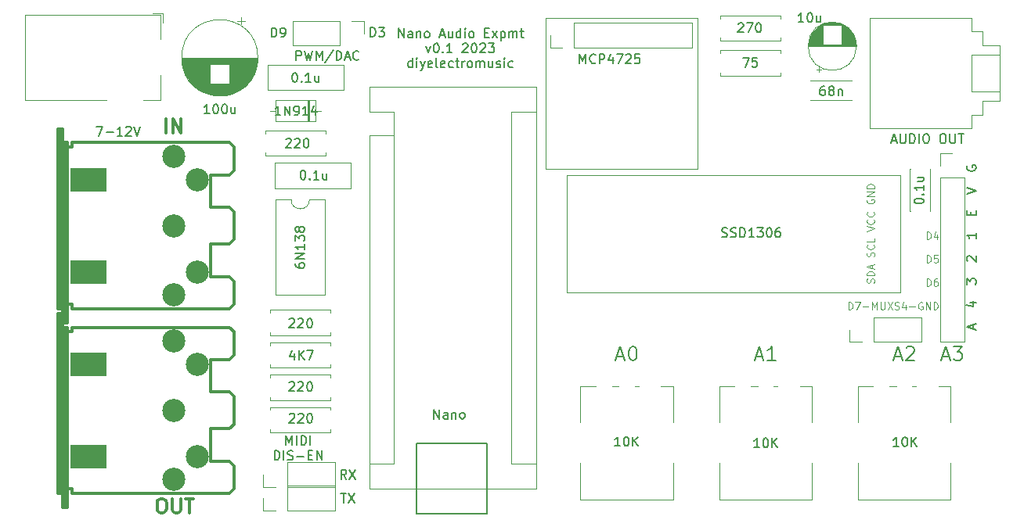
<source format=gbr>
%TF.GenerationSoftware,KiCad,Pcbnew,(6.0.5)*%
%TF.CreationDate,2023-10-19T13:29:11+01:00*%
%TF.ProjectId,NanoAudioiExperimentShield,4e616e6f-4175-4646-996f-694578706572,rev?*%
%TF.SameCoordinates,Original*%
%TF.FileFunction,Legend,Top*%
%TF.FilePolarity,Positive*%
%FSLAX46Y46*%
G04 Gerber Fmt 4.6, Leading zero omitted, Abs format (unit mm)*
G04 Created by KiCad (PCBNEW (6.0.5)) date 2023-10-19 13:29:11*
%MOMM*%
%LPD*%
G01*
G04 APERTURE LIST*
%ADD10C,0.150000*%
%ADD11C,0.100000*%
%ADD12C,0.304800*%
%ADD13C,0.120000*%
%ADD14R,4.000000X2.500000*%
%ADD15C,2.499360*%
G04 APERTURE END LIST*
D10*
X88710000Y-97040000D02*
X96360000Y-97040000D01*
X96360000Y-97040000D02*
X96360000Y-104690000D01*
X96360000Y-104690000D02*
X88710000Y-104690000D01*
X88710000Y-104690000D02*
X88710000Y-97040000D01*
D11*
X102710000Y-67356000D02*
X119100000Y-67356000D01*
X119100000Y-67356000D02*
X119100000Y-50966000D01*
X119100000Y-50966000D02*
X102710000Y-50966000D01*
X102710000Y-50966000D02*
X102710000Y-67356000D01*
X143909523Y-80031904D02*
X143909523Y-79231904D01*
X144100000Y-79231904D01*
X144214285Y-79270000D01*
X144290476Y-79346190D01*
X144328571Y-79422380D01*
X144366666Y-79574761D01*
X144366666Y-79689047D01*
X144328571Y-79841428D01*
X144290476Y-79917619D01*
X144214285Y-79993809D01*
X144100000Y-80031904D01*
X143909523Y-80031904D01*
X145052380Y-79231904D02*
X144900000Y-79231904D01*
X144823809Y-79270000D01*
X144785714Y-79308095D01*
X144709523Y-79422380D01*
X144671428Y-79574761D01*
X144671428Y-79879523D01*
X144709523Y-79955714D01*
X144747619Y-79993809D01*
X144823809Y-80031904D01*
X144976190Y-80031904D01*
X145052380Y-79993809D01*
X145090476Y-79955714D01*
X145128571Y-79879523D01*
X145128571Y-79689047D01*
X145090476Y-79612857D01*
X145052380Y-79574761D01*
X144976190Y-79536666D01*
X144823809Y-79536666D01*
X144747619Y-79574761D01*
X144709523Y-79612857D01*
X144671428Y-79689047D01*
D10*
X74640476Y-97247380D02*
X74640476Y-96247380D01*
X74973809Y-96961666D01*
X75307142Y-96247380D01*
X75307142Y-97247380D01*
X75783333Y-97247380D02*
X75783333Y-96247380D01*
X76259523Y-97247380D02*
X76259523Y-96247380D01*
X76497619Y-96247380D01*
X76640476Y-96295000D01*
X76735714Y-96390238D01*
X76783333Y-96485476D01*
X76830952Y-96675952D01*
X76830952Y-96818809D01*
X76783333Y-97009285D01*
X76735714Y-97104523D01*
X76640476Y-97199761D01*
X76497619Y-97247380D01*
X76259523Y-97247380D01*
X77259523Y-97247380D02*
X77259523Y-96247380D01*
X73378571Y-98857380D02*
X73378571Y-97857380D01*
X73616666Y-97857380D01*
X73759523Y-97905000D01*
X73854761Y-98000238D01*
X73902380Y-98095476D01*
X73950000Y-98285952D01*
X73950000Y-98428809D01*
X73902380Y-98619285D01*
X73854761Y-98714523D01*
X73759523Y-98809761D01*
X73616666Y-98857380D01*
X73378571Y-98857380D01*
X74378571Y-98857380D02*
X74378571Y-97857380D01*
X74807142Y-98809761D02*
X74950000Y-98857380D01*
X75188095Y-98857380D01*
X75283333Y-98809761D01*
X75330952Y-98762142D01*
X75378571Y-98666904D01*
X75378571Y-98571666D01*
X75330952Y-98476428D01*
X75283333Y-98428809D01*
X75188095Y-98381190D01*
X74997619Y-98333571D01*
X74902380Y-98285952D01*
X74854761Y-98238333D01*
X74807142Y-98143095D01*
X74807142Y-98047857D01*
X74854761Y-97952619D01*
X74902380Y-97905000D01*
X74997619Y-97857380D01*
X75235714Y-97857380D01*
X75378571Y-97905000D01*
X75807142Y-98476428D02*
X76569047Y-98476428D01*
X77045238Y-98333571D02*
X77378571Y-98333571D01*
X77521428Y-98857380D02*
X77045238Y-98857380D01*
X77045238Y-97857380D01*
X77521428Y-97857380D01*
X77950000Y-98857380D02*
X77950000Y-97857380D01*
X78521428Y-98857380D01*
X78521428Y-97857380D01*
X106391904Y-55932380D02*
X106391904Y-54932380D01*
X106725238Y-55646666D01*
X107058571Y-54932380D01*
X107058571Y-55932380D01*
X108106190Y-55837142D02*
X108058571Y-55884761D01*
X107915714Y-55932380D01*
X107820476Y-55932380D01*
X107677619Y-55884761D01*
X107582380Y-55789523D01*
X107534761Y-55694285D01*
X107487142Y-55503809D01*
X107487142Y-55360952D01*
X107534761Y-55170476D01*
X107582380Y-55075238D01*
X107677619Y-54980000D01*
X107820476Y-54932380D01*
X107915714Y-54932380D01*
X108058571Y-54980000D01*
X108106190Y-55027619D01*
X108534761Y-55932380D02*
X108534761Y-54932380D01*
X108915714Y-54932380D01*
X109010952Y-54980000D01*
X109058571Y-55027619D01*
X109106190Y-55122857D01*
X109106190Y-55265714D01*
X109058571Y-55360952D01*
X109010952Y-55408571D01*
X108915714Y-55456190D01*
X108534761Y-55456190D01*
X109963333Y-55265714D02*
X109963333Y-55932380D01*
X109725238Y-54884761D02*
X109487142Y-55599047D01*
X110106190Y-55599047D01*
X110391904Y-54932380D02*
X111058571Y-54932380D01*
X110630000Y-55932380D01*
X111391904Y-55027619D02*
X111439523Y-54980000D01*
X111534761Y-54932380D01*
X111772857Y-54932380D01*
X111868095Y-54980000D01*
X111915714Y-55027619D01*
X111963333Y-55122857D01*
X111963333Y-55218095D01*
X111915714Y-55360952D01*
X111344285Y-55932380D01*
X111963333Y-55932380D01*
X112868095Y-54932380D02*
X112391904Y-54932380D01*
X112344285Y-55408571D01*
X112391904Y-55360952D01*
X112487142Y-55313333D01*
X112725238Y-55313333D01*
X112820476Y-55360952D01*
X112868095Y-55408571D01*
X112915714Y-55503809D01*
X112915714Y-55741904D01*
X112868095Y-55837142D01*
X112820476Y-55884761D01*
X112725238Y-55932380D01*
X112487142Y-55932380D01*
X112391904Y-55884761D01*
X112344285Y-55837142D01*
X145608571Y-87660000D02*
X146322857Y-87660000D01*
X145465714Y-88088571D02*
X145965714Y-86588571D01*
X146465714Y-88088571D01*
X146822857Y-86588571D02*
X147751428Y-86588571D01*
X147251428Y-87160000D01*
X147465714Y-87160000D01*
X147608571Y-87231428D01*
X147680000Y-87302857D01*
X147751428Y-87445714D01*
X147751428Y-87802857D01*
X147680000Y-87945714D01*
X147608571Y-88017142D01*
X147465714Y-88088571D01*
X147037142Y-88088571D01*
X146894285Y-88017142D01*
X146822857Y-87945714D01*
D11*
X135450952Y-82571904D02*
X135450952Y-81771904D01*
X135641428Y-81771904D01*
X135755714Y-81810000D01*
X135831904Y-81886190D01*
X135870000Y-81962380D01*
X135908095Y-82114761D01*
X135908095Y-82229047D01*
X135870000Y-82381428D01*
X135831904Y-82457619D01*
X135755714Y-82533809D01*
X135641428Y-82571904D01*
X135450952Y-82571904D01*
X136174761Y-81771904D02*
X136708095Y-81771904D01*
X136365238Y-82571904D01*
X137012857Y-82267142D02*
X137622380Y-82267142D01*
X138003333Y-82571904D02*
X138003333Y-81771904D01*
X138270000Y-82343333D01*
X138536666Y-81771904D01*
X138536666Y-82571904D01*
X138917619Y-81771904D02*
X138917619Y-82419523D01*
X138955714Y-82495714D01*
X138993809Y-82533809D01*
X139070000Y-82571904D01*
X139222380Y-82571904D01*
X139298571Y-82533809D01*
X139336666Y-82495714D01*
X139374761Y-82419523D01*
X139374761Y-81771904D01*
X139679523Y-81771904D02*
X140212857Y-82571904D01*
X140212857Y-81771904D02*
X139679523Y-82571904D01*
X140479523Y-82533809D02*
X140593809Y-82571904D01*
X140784285Y-82571904D01*
X140860476Y-82533809D01*
X140898571Y-82495714D01*
X140936666Y-82419523D01*
X140936666Y-82343333D01*
X140898571Y-82267142D01*
X140860476Y-82229047D01*
X140784285Y-82190952D01*
X140631904Y-82152857D01*
X140555714Y-82114761D01*
X140517619Y-82076666D01*
X140479523Y-82000476D01*
X140479523Y-81924285D01*
X140517619Y-81848095D01*
X140555714Y-81810000D01*
X140631904Y-81771904D01*
X140822380Y-81771904D01*
X140936666Y-81810000D01*
X141622380Y-82038571D02*
X141622380Y-82571904D01*
X141431904Y-81733809D02*
X141241428Y-82305238D01*
X141736666Y-82305238D01*
X142041428Y-82267142D02*
X142650952Y-82267142D01*
X143450952Y-81810000D02*
X143374761Y-81771904D01*
X143260476Y-81771904D01*
X143146190Y-81810000D01*
X143070000Y-81886190D01*
X143031904Y-81962380D01*
X142993809Y-82114761D01*
X142993809Y-82229047D01*
X143031904Y-82381428D01*
X143070000Y-82457619D01*
X143146190Y-82533809D01*
X143260476Y-82571904D01*
X143336666Y-82571904D01*
X143450952Y-82533809D01*
X143489047Y-82495714D01*
X143489047Y-82229047D01*
X143336666Y-82229047D01*
X143831904Y-82571904D02*
X143831904Y-81771904D01*
X144289047Y-82571904D01*
X144289047Y-81771904D01*
X144670000Y-82571904D02*
X144670000Y-81771904D01*
X144860476Y-81771904D01*
X144974761Y-81810000D01*
X145050952Y-81886190D01*
X145089047Y-81962380D01*
X145127142Y-82114761D01*
X145127142Y-82229047D01*
X145089047Y-82381428D01*
X145050952Y-82457619D01*
X144974761Y-82533809D01*
X144860476Y-82571904D01*
X144670000Y-82571904D01*
D10*
X86809523Y-53142380D02*
X86809523Y-52142380D01*
X87380952Y-53142380D01*
X87380952Y-52142380D01*
X88285714Y-53142380D02*
X88285714Y-52618571D01*
X88238095Y-52523333D01*
X88142857Y-52475714D01*
X87952380Y-52475714D01*
X87857142Y-52523333D01*
X88285714Y-53094761D02*
X88190476Y-53142380D01*
X87952380Y-53142380D01*
X87857142Y-53094761D01*
X87809523Y-52999523D01*
X87809523Y-52904285D01*
X87857142Y-52809047D01*
X87952380Y-52761428D01*
X88190476Y-52761428D01*
X88285714Y-52713809D01*
X88761904Y-52475714D02*
X88761904Y-53142380D01*
X88761904Y-52570952D02*
X88809523Y-52523333D01*
X88904761Y-52475714D01*
X89047619Y-52475714D01*
X89142857Y-52523333D01*
X89190476Y-52618571D01*
X89190476Y-53142380D01*
X89809523Y-53142380D02*
X89714285Y-53094761D01*
X89666666Y-53047142D01*
X89619047Y-52951904D01*
X89619047Y-52666190D01*
X89666666Y-52570952D01*
X89714285Y-52523333D01*
X89809523Y-52475714D01*
X89952380Y-52475714D01*
X90047619Y-52523333D01*
X90095238Y-52570952D01*
X90142857Y-52666190D01*
X90142857Y-52951904D01*
X90095238Y-53047142D01*
X90047619Y-53094761D01*
X89952380Y-53142380D01*
X89809523Y-53142380D01*
X91285714Y-52856666D02*
X91761904Y-52856666D01*
X91190476Y-53142380D02*
X91523809Y-52142380D01*
X91857142Y-53142380D01*
X92619047Y-52475714D02*
X92619047Y-53142380D01*
X92190476Y-52475714D02*
X92190476Y-52999523D01*
X92238095Y-53094761D01*
X92333333Y-53142380D01*
X92476190Y-53142380D01*
X92571428Y-53094761D01*
X92619047Y-53047142D01*
X93523809Y-53142380D02*
X93523809Y-52142380D01*
X93523809Y-53094761D02*
X93428571Y-53142380D01*
X93238095Y-53142380D01*
X93142857Y-53094761D01*
X93095238Y-53047142D01*
X93047619Y-52951904D01*
X93047619Y-52666190D01*
X93095238Y-52570952D01*
X93142857Y-52523333D01*
X93238095Y-52475714D01*
X93428571Y-52475714D01*
X93523809Y-52523333D01*
X94000000Y-53142380D02*
X94000000Y-52475714D01*
X94000000Y-52142380D02*
X93952380Y-52190000D01*
X94000000Y-52237619D01*
X94047619Y-52190000D01*
X94000000Y-52142380D01*
X94000000Y-52237619D01*
X94619047Y-53142380D02*
X94523809Y-53094761D01*
X94476190Y-53047142D01*
X94428571Y-52951904D01*
X94428571Y-52666190D01*
X94476190Y-52570952D01*
X94523809Y-52523333D01*
X94619047Y-52475714D01*
X94761904Y-52475714D01*
X94857142Y-52523333D01*
X94904761Y-52570952D01*
X94952380Y-52666190D01*
X94952380Y-52951904D01*
X94904761Y-53047142D01*
X94857142Y-53094761D01*
X94761904Y-53142380D01*
X94619047Y-53142380D01*
X96142857Y-52618571D02*
X96476190Y-52618571D01*
X96619047Y-53142380D02*
X96142857Y-53142380D01*
X96142857Y-52142380D01*
X96619047Y-52142380D01*
X96952380Y-53142380D02*
X97476190Y-52475714D01*
X96952380Y-52475714D02*
X97476190Y-53142380D01*
X97857142Y-52475714D02*
X97857142Y-53475714D01*
X97857142Y-52523333D02*
X97952380Y-52475714D01*
X98142857Y-52475714D01*
X98238095Y-52523333D01*
X98285714Y-52570952D01*
X98333333Y-52666190D01*
X98333333Y-52951904D01*
X98285714Y-53047142D01*
X98238095Y-53094761D01*
X98142857Y-53142380D01*
X97952380Y-53142380D01*
X97857142Y-53094761D01*
X98761904Y-53142380D02*
X98761904Y-52475714D01*
X98761904Y-52570952D02*
X98809523Y-52523333D01*
X98904761Y-52475714D01*
X99047619Y-52475714D01*
X99142857Y-52523333D01*
X99190476Y-52618571D01*
X99190476Y-53142380D01*
X99190476Y-52618571D02*
X99238095Y-52523333D01*
X99333333Y-52475714D01*
X99476190Y-52475714D01*
X99571428Y-52523333D01*
X99619047Y-52618571D01*
X99619047Y-53142380D01*
X99952380Y-52475714D02*
X100333333Y-52475714D01*
X100095238Y-52142380D02*
X100095238Y-52999523D01*
X100142857Y-53094761D01*
X100238095Y-53142380D01*
X100333333Y-53142380D01*
X89785714Y-54085714D02*
X90023809Y-54752380D01*
X90261904Y-54085714D01*
X90833333Y-53752380D02*
X90928571Y-53752380D01*
X91023809Y-53800000D01*
X91071428Y-53847619D01*
X91119047Y-53942857D01*
X91166666Y-54133333D01*
X91166666Y-54371428D01*
X91119047Y-54561904D01*
X91071428Y-54657142D01*
X91023809Y-54704761D01*
X90928571Y-54752380D01*
X90833333Y-54752380D01*
X90738095Y-54704761D01*
X90690476Y-54657142D01*
X90642857Y-54561904D01*
X90595238Y-54371428D01*
X90595238Y-54133333D01*
X90642857Y-53942857D01*
X90690476Y-53847619D01*
X90738095Y-53800000D01*
X90833333Y-53752380D01*
X91595238Y-54657142D02*
X91642857Y-54704761D01*
X91595238Y-54752380D01*
X91547619Y-54704761D01*
X91595238Y-54657142D01*
X91595238Y-54752380D01*
X92595238Y-54752380D02*
X92023809Y-54752380D01*
X92309523Y-54752380D02*
X92309523Y-53752380D01*
X92214285Y-53895238D01*
X92119047Y-53990476D01*
X92023809Y-54038095D01*
X93738095Y-53847619D02*
X93785714Y-53800000D01*
X93880952Y-53752380D01*
X94119047Y-53752380D01*
X94214285Y-53800000D01*
X94261904Y-53847619D01*
X94309523Y-53942857D01*
X94309523Y-54038095D01*
X94261904Y-54180952D01*
X93690476Y-54752380D01*
X94309523Y-54752380D01*
X94928571Y-53752380D02*
X95023809Y-53752380D01*
X95119047Y-53800000D01*
X95166666Y-53847619D01*
X95214285Y-53942857D01*
X95261904Y-54133333D01*
X95261904Y-54371428D01*
X95214285Y-54561904D01*
X95166666Y-54657142D01*
X95119047Y-54704761D01*
X95023809Y-54752380D01*
X94928571Y-54752380D01*
X94833333Y-54704761D01*
X94785714Y-54657142D01*
X94738095Y-54561904D01*
X94690476Y-54371428D01*
X94690476Y-54133333D01*
X94738095Y-53942857D01*
X94785714Y-53847619D01*
X94833333Y-53800000D01*
X94928571Y-53752380D01*
X95642857Y-53847619D02*
X95690476Y-53800000D01*
X95785714Y-53752380D01*
X96023809Y-53752380D01*
X96119047Y-53800000D01*
X96166666Y-53847619D01*
X96214285Y-53942857D01*
X96214285Y-54038095D01*
X96166666Y-54180952D01*
X95595238Y-54752380D01*
X96214285Y-54752380D01*
X96547619Y-53752380D02*
X97166666Y-53752380D01*
X96833333Y-54133333D01*
X96976190Y-54133333D01*
X97071428Y-54180952D01*
X97119047Y-54228571D01*
X97166666Y-54323809D01*
X97166666Y-54561904D01*
X97119047Y-54657142D01*
X97071428Y-54704761D01*
X96976190Y-54752380D01*
X96690476Y-54752380D01*
X96595238Y-54704761D01*
X96547619Y-54657142D01*
X88309523Y-56362380D02*
X88309523Y-55362380D01*
X88309523Y-56314761D02*
X88214285Y-56362380D01*
X88023809Y-56362380D01*
X87928571Y-56314761D01*
X87880952Y-56267142D01*
X87833333Y-56171904D01*
X87833333Y-55886190D01*
X87880952Y-55790952D01*
X87928571Y-55743333D01*
X88023809Y-55695714D01*
X88214285Y-55695714D01*
X88309523Y-55743333D01*
X88785714Y-56362380D02*
X88785714Y-55695714D01*
X88785714Y-55362380D02*
X88738095Y-55410000D01*
X88785714Y-55457619D01*
X88833333Y-55410000D01*
X88785714Y-55362380D01*
X88785714Y-55457619D01*
X89166666Y-55695714D02*
X89404761Y-56362380D01*
X89642857Y-55695714D02*
X89404761Y-56362380D01*
X89309523Y-56600476D01*
X89261904Y-56648095D01*
X89166666Y-56695714D01*
X90404761Y-56314761D02*
X90309523Y-56362380D01*
X90119047Y-56362380D01*
X90023809Y-56314761D01*
X89976190Y-56219523D01*
X89976190Y-55838571D01*
X90023809Y-55743333D01*
X90119047Y-55695714D01*
X90309523Y-55695714D01*
X90404761Y-55743333D01*
X90452380Y-55838571D01*
X90452380Y-55933809D01*
X89976190Y-56029047D01*
X91023809Y-56362380D02*
X90928571Y-56314761D01*
X90880952Y-56219523D01*
X90880952Y-55362380D01*
X91785714Y-56314761D02*
X91690476Y-56362380D01*
X91500000Y-56362380D01*
X91404761Y-56314761D01*
X91357142Y-56219523D01*
X91357142Y-55838571D01*
X91404761Y-55743333D01*
X91500000Y-55695714D01*
X91690476Y-55695714D01*
X91785714Y-55743333D01*
X91833333Y-55838571D01*
X91833333Y-55933809D01*
X91357142Y-56029047D01*
X92690476Y-56314761D02*
X92595238Y-56362380D01*
X92404761Y-56362380D01*
X92309523Y-56314761D01*
X92261904Y-56267142D01*
X92214285Y-56171904D01*
X92214285Y-55886190D01*
X92261904Y-55790952D01*
X92309523Y-55743333D01*
X92404761Y-55695714D01*
X92595238Y-55695714D01*
X92690476Y-55743333D01*
X92976190Y-55695714D02*
X93357142Y-55695714D01*
X93119047Y-55362380D02*
X93119047Y-56219523D01*
X93166666Y-56314761D01*
X93261904Y-56362380D01*
X93357142Y-56362380D01*
X93690476Y-56362380D02*
X93690476Y-55695714D01*
X93690476Y-55886190D02*
X93738095Y-55790952D01*
X93785714Y-55743333D01*
X93880952Y-55695714D01*
X93976190Y-55695714D01*
X94452380Y-56362380D02*
X94357142Y-56314761D01*
X94309523Y-56267142D01*
X94261904Y-56171904D01*
X94261904Y-55886190D01*
X94309523Y-55790952D01*
X94357142Y-55743333D01*
X94452380Y-55695714D01*
X94595238Y-55695714D01*
X94690476Y-55743333D01*
X94738095Y-55790952D01*
X94785714Y-55886190D01*
X94785714Y-56171904D01*
X94738095Y-56267142D01*
X94690476Y-56314761D01*
X94595238Y-56362380D01*
X94452380Y-56362380D01*
X95214285Y-56362380D02*
X95214285Y-55695714D01*
X95214285Y-55790952D02*
X95261904Y-55743333D01*
X95357142Y-55695714D01*
X95500000Y-55695714D01*
X95595238Y-55743333D01*
X95642857Y-55838571D01*
X95642857Y-56362380D01*
X95642857Y-55838571D02*
X95690476Y-55743333D01*
X95785714Y-55695714D01*
X95928571Y-55695714D01*
X96023809Y-55743333D01*
X96071428Y-55838571D01*
X96071428Y-56362380D01*
X96976190Y-55695714D02*
X96976190Y-56362380D01*
X96547619Y-55695714D02*
X96547619Y-56219523D01*
X96595238Y-56314761D01*
X96690476Y-56362380D01*
X96833333Y-56362380D01*
X96928571Y-56314761D01*
X96976190Y-56267142D01*
X97404761Y-56314761D02*
X97500000Y-56362380D01*
X97690476Y-56362380D01*
X97785714Y-56314761D01*
X97833333Y-56219523D01*
X97833333Y-56171904D01*
X97785714Y-56076666D01*
X97690476Y-56029047D01*
X97547619Y-56029047D01*
X97452380Y-55981428D01*
X97404761Y-55886190D01*
X97404761Y-55838571D01*
X97452380Y-55743333D01*
X97547619Y-55695714D01*
X97690476Y-55695714D01*
X97785714Y-55743333D01*
X98261904Y-56362380D02*
X98261904Y-55695714D01*
X98261904Y-55362380D02*
X98214285Y-55410000D01*
X98261904Y-55457619D01*
X98309523Y-55410000D01*
X98261904Y-55362380D01*
X98261904Y-55457619D01*
X99166666Y-56314761D02*
X99071428Y-56362380D01*
X98880952Y-56362380D01*
X98785714Y-56314761D01*
X98738095Y-56267142D01*
X98690476Y-56171904D01*
X98690476Y-55886190D01*
X98738095Y-55790952D01*
X98785714Y-55743333D01*
X98880952Y-55695714D01*
X99071428Y-55695714D01*
X99166666Y-55743333D01*
X73051904Y-53072380D02*
X73051904Y-52072380D01*
X73290000Y-52072380D01*
X73432857Y-52120000D01*
X73528095Y-52215238D01*
X73575714Y-52310476D01*
X73623333Y-52500952D01*
X73623333Y-52643809D01*
X73575714Y-52834285D01*
X73528095Y-52929523D01*
X73432857Y-53024761D01*
X73290000Y-53072380D01*
X73051904Y-53072380D01*
X74099523Y-53072380D02*
X74290000Y-53072380D01*
X74385238Y-53024761D01*
X74432857Y-52977142D01*
X74528095Y-52834285D01*
X74575714Y-52643809D01*
X74575714Y-52262857D01*
X74528095Y-52167619D01*
X74480476Y-52120000D01*
X74385238Y-52072380D01*
X74194761Y-52072380D01*
X74099523Y-52120000D01*
X74051904Y-52167619D01*
X74004285Y-52262857D01*
X74004285Y-52500952D01*
X74051904Y-52596190D01*
X74099523Y-52643809D01*
X74194761Y-52691428D01*
X74385238Y-52691428D01*
X74480476Y-52643809D01*
X74528095Y-52596190D01*
X74575714Y-52500952D01*
X140428571Y-87660000D02*
X141142857Y-87660000D01*
X140285714Y-88088571D02*
X140785714Y-86588571D01*
X141285714Y-88088571D01*
X141714285Y-86731428D02*
X141785714Y-86660000D01*
X141928571Y-86588571D01*
X142285714Y-86588571D01*
X142428571Y-86660000D01*
X142500000Y-86731428D01*
X142571428Y-86874285D01*
X142571428Y-87017142D01*
X142500000Y-87231428D01*
X141642857Y-88088571D01*
X142571428Y-88088571D01*
D11*
X138213809Y-79682380D02*
X138251904Y-79568095D01*
X138251904Y-79377619D01*
X138213809Y-79301428D01*
X138175714Y-79263333D01*
X138099523Y-79225238D01*
X138023333Y-79225238D01*
X137947142Y-79263333D01*
X137909047Y-79301428D01*
X137870952Y-79377619D01*
X137832857Y-79530000D01*
X137794761Y-79606190D01*
X137756666Y-79644285D01*
X137680476Y-79682380D01*
X137604285Y-79682380D01*
X137528095Y-79644285D01*
X137490000Y-79606190D01*
X137451904Y-79530000D01*
X137451904Y-79339523D01*
X137490000Y-79225238D01*
X138251904Y-78882380D02*
X137451904Y-78882380D01*
X137451904Y-78691904D01*
X137490000Y-78577619D01*
X137566190Y-78501428D01*
X137642380Y-78463333D01*
X137794761Y-78425238D01*
X137909047Y-78425238D01*
X138061428Y-78463333D01*
X138137619Y-78501428D01*
X138213809Y-78577619D01*
X138251904Y-78691904D01*
X138251904Y-78882380D01*
X138023333Y-78120476D02*
X138023333Y-77739523D01*
X138251904Y-78196666D02*
X137451904Y-77930000D01*
X138251904Y-77663333D01*
X138213809Y-76825238D02*
X138251904Y-76710952D01*
X138251904Y-76520476D01*
X138213809Y-76444285D01*
X138175714Y-76406190D01*
X138099523Y-76368095D01*
X138023333Y-76368095D01*
X137947142Y-76406190D01*
X137909047Y-76444285D01*
X137870952Y-76520476D01*
X137832857Y-76672857D01*
X137794761Y-76749047D01*
X137756666Y-76787142D01*
X137680476Y-76825238D01*
X137604285Y-76825238D01*
X137528095Y-76787142D01*
X137490000Y-76749047D01*
X137451904Y-76672857D01*
X137451904Y-76482380D01*
X137490000Y-76368095D01*
X138175714Y-75568095D02*
X138213809Y-75606190D01*
X138251904Y-75720476D01*
X138251904Y-75796666D01*
X138213809Y-75910952D01*
X138137619Y-75987142D01*
X138061428Y-76025238D01*
X137909047Y-76063333D01*
X137794761Y-76063333D01*
X137642380Y-76025238D01*
X137566190Y-75987142D01*
X137490000Y-75910952D01*
X137451904Y-75796666D01*
X137451904Y-75720476D01*
X137490000Y-75606190D01*
X137528095Y-75568095D01*
X138251904Y-74844285D02*
X138251904Y-75225238D01*
X137451904Y-75225238D01*
X137451904Y-74082380D02*
X138251904Y-73815714D01*
X137451904Y-73549047D01*
X138175714Y-72825238D02*
X138213809Y-72863333D01*
X138251904Y-72977619D01*
X138251904Y-73053809D01*
X138213809Y-73168095D01*
X138137619Y-73244285D01*
X138061428Y-73282380D01*
X137909047Y-73320476D01*
X137794761Y-73320476D01*
X137642380Y-73282380D01*
X137566190Y-73244285D01*
X137490000Y-73168095D01*
X137451904Y-73053809D01*
X137451904Y-72977619D01*
X137490000Y-72863333D01*
X137528095Y-72825238D01*
X138175714Y-72025238D02*
X138213809Y-72063333D01*
X138251904Y-72177619D01*
X138251904Y-72253809D01*
X138213809Y-72368095D01*
X138137619Y-72444285D01*
X138061428Y-72482380D01*
X137909047Y-72520476D01*
X137794761Y-72520476D01*
X137642380Y-72482380D01*
X137566190Y-72444285D01*
X137490000Y-72368095D01*
X137451904Y-72253809D01*
X137451904Y-72177619D01*
X137490000Y-72063333D01*
X137528095Y-72025238D01*
X137490000Y-70653809D02*
X137451904Y-70730000D01*
X137451904Y-70844285D01*
X137490000Y-70958571D01*
X137566190Y-71034761D01*
X137642380Y-71072857D01*
X137794761Y-71110952D01*
X137909047Y-71110952D01*
X138061428Y-71072857D01*
X138137619Y-71034761D01*
X138213809Y-70958571D01*
X138251904Y-70844285D01*
X138251904Y-70768095D01*
X138213809Y-70653809D01*
X138175714Y-70615714D01*
X137909047Y-70615714D01*
X137909047Y-70768095D01*
X138251904Y-70272857D02*
X137451904Y-70272857D01*
X138251904Y-69815714D01*
X137451904Y-69815714D01*
X138251904Y-69434761D02*
X137451904Y-69434761D01*
X137451904Y-69244285D01*
X137490000Y-69130000D01*
X137566190Y-69053809D01*
X137642380Y-69015714D01*
X137794761Y-68977619D01*
X137909047Y-68977619D01*
X138061428Y-69015714D01*
X138137619Y-69053809D01*
X138213809Y-69130000D01*
X138251904Y-69244285D01*
X138251904Y-69434761D01*
X143909523Y-77491904D02*
X143909523Y-76691904D01*
X144100000Y-76691904D01*
X144214285Y-76730000D01*
X144290476Y-76806190D01*
X144328571Y-76882380D01*
X144366666Y-77034761D01*
X144366666Y-77149047D01*
X144328571Y-77301428D01*
X144290476Y-77377619D01*
X144214285Y-77453809D01*
X144100000Y-77491904D01*
X143909523Y-77491904D01*
X145090476Y-76691904D02*
X144709523Y-76691904D01*
X144671428Y-77072857D01*
X144709523Y-77034761D01*
X144785714Y-76996666D01*
X144976190Y-76996666D01*
X145052380Y-77034761D01*
X145090476Y-77072857D01*
X145128571Y-77149047D01*
X145128571Y-77339523D01*
X145090476Y-77415714D01*
X145052380Y-77453809D01*
X144976190Y-77491904D01*
X144785714Y-77491904D01*
X144709523Y-77453809D01*
X144671428Y-77415714D01*
D10*
X110428571Y-87660000D02*
X111142857Y-87660000D01*
X110285714Y-88088571D02*
X110785714Y-86588571D01*
X111285714Y-88088571D01*
X112071428Y-86588571D02*
X112214285Y-86588571D01*
X112357142Y-86660000D01*
X112428571Y-86731428D01*
X112500000Y-86874285D01*
X112571428Y-87160000D01*
X112571428Y-87517142D01*
X112500000Y-87802857D01*
X112428571Y-87945714D01*
X112357142Y-88017142D01*
X112214285Y-88088571D01*
X112071428Y-88088571D01*
X111928571Y-88017142D01*
X111857142Y-87945714D01*
X111785714Y-87802857D01*
X111714285Y-87517142D01*
X111714285Y-87160000D01*
X111785714Y-86874285D01*
X111857142Y-86731428D01*
X111928571Y-86660000D01*
X112071428Y-86588571D01*
X83751904Y-53042380D02*
X83751904Y-52042380D01*
X83990000Y-52042380D01*
X84132857Y-52090000D01*
X84228095Y-52185238D01*
X84275714Y-52280476D01*
X84323333Y-52470952D01*
X84323333Y-52613809D01*
X84275714Y-52804285D01*
X84228095Y-52899523D01*
X84132857Y-52994761D01*
X83990000Y-53042380D01*
X83751904Y-53042380D01*
X84656666Y-52042380D02*
X85275714Y-52042380D01*
X84942380Y-52423333D01*
X85085238Y-52423333D01*
X85180476Y-52470952D01*
X85228095Y-52518571D01*
X85275714Y-52613809D01*
X85275714Y-52851904D01*
X85228095Y-52947142D01*
X85180476Y-52994761D01*
X85085238Y-53042380D01*
X84799523Y-53042380D01*
X84704285Y-52994761D01*
X84656666Y-52947142D01*
D11*
X143909523Y-74951904D02*
X143909523Y-74151904D01*
X144100000Y-74151904D01*
X144214285Y-74190000D01*
X144290476Y-74266190D01*
X144328571Y-74342380D01*
X144366666Y-74494761D01*
X144366666Y-74609047D01*
X144328571Y-74761428D01*
X144290476Y-74837619D01*
X144214285Y-74913809D01*
X144100000Y-74951904D01*
X143909523Y-74951904D01*
X145052380Y-74418571D02*
X145052380Y-74951904D01*
X144861904Y-74113809D02*
X144671428Y-74685238D01*
X145166666Y-74685238D01*
D10*
X148966666Y-84667142D02*
X148966666Y-84190952D01*
X149252380Y-84762380D02*
X148252380Y-84429047D01*
X149252380Y-84095714D01*
X148585714Y-81810000D02*
X149252380Y-81810000D01*
X148204761Y-82048095D02*
X148919047Y-82286190D01*
X148919047Y-81667142D01*
X148252380Y-79857619D02*
X148252380Y-79238571D01*
X148633333Y-79571904D01*
X148633333Y-79429047D01*
X148680952Y-79333809D01*
X148728571Y-79286190D01*
X148823809Y-79238571D01*
X149061904Y-79238571D01*
X149157142Y-79286190D01*
X149204761Y-79333809D01*
X149252380Y-79429047D01*
X149252380Y-79714761D01*
X149204761Y-79810000D01*
X149157142Y-79857619D01*
X148347619Y-77333809D02*
X148300000Y-77286190D01*
X148252380Y-77190952D01*
X148252380Y-76952857D01*
X148300000Y-76857619D01*
X148347619Y-76810000D01*
X148442857Y-76762380D01*
X148538095Y-76762380D01*
X148680952Y-76810000D01*
X149252380Y-77381428D01*
X149252380Y-76762380D01*
X149252380Y-74286190D02*
X149252380Y-74857619D01*
X149252380Y-74571904D02*
X148252380Y-74571904D01*
X148395238Y-74667142D01*
X148490476Y-74762380D01*
X148538095Y-74857619D01*
X148728571Y-72333809D02*
X148728571Y-72000476D01*
X149252380Y-71857619D02*
X149252380Y-72333809D01*
X148252380Y-72333809D01*
X148252380Y-71857619D01*
X148252380Y-70048095D02*
X149252380Y-69714761D01*
X148252380Y-69381428D01*
X148300000Y-67000476D02*
X148252380Y-67095714D01*
X148252380Y-67238571D01*
X148300000Y-67381428D01*
X148395238Y-67476666D01*
X148490476Y-67524285D01*
X148680952Y-67571904D01*
X148823809Y-67571904D01*
X149014285Y-67524285D01*
X149109523Y-67476666D01*
X149204761Y-67381428D01*
X149252380Y-67238571D01*
X149252380Y-67143333D01*
X149204761Y-67000476D01*
X149157142Y-66952857D01*
X148823809Y-66952857D01*
X148823809Y-67143333D01*
X125428571Y-87660000D02*
X126142857Y-87660000D01*
X125285714Y-88088571D02*
X125785714Y-86588571D01*
X126285714Y-88088571D01*
X127571428Y-88088571D02*
X126714285Y-88088571D01*
X127142857Y-88088571D02*
X127142857Y-86588571D01*
X127000000Y-86802857D01*
X126857142Y-86945714D01*
X126714285Y-87017142D01*
%TO.C,U1*%
X75632380Y-77601904D02*
X75632380Y-77792380D01*
X75680000Y-77887619D01*
X75727619Y-77935238D01*
X75870476Y-78030476D01*
X76060952Y-78078095D01*
X76441904Y-78078095D01*
X76537142Y-78030476D01*
X76584761Y-77982857D01*
X76632380Y-77887619D01*
X76632380Y-77697142D01*
X76584761Y-77601904D01*
X76537142Y-77554285D01*
X76441904Y-77506666D01*
X76203809Y-77506666D01*
X76108571Y-77554285D01*
X76060952Y-77601904D01*
X76013333Y-77697142D01*
X76013333Y-77887619D01*
X76060952Y-77982857D01*
X76108571Y-78030476D01*
X76203809Y-78078095D01*
X76632380Y-77078095D02*
X75632380Y-77078095D01*
X76632380Y-76506666D01*
X75632380Y-76506666D01*
X76632380Y-75506666D02*
X76632380Y-76078095D01*
X76632380Y-75792380D02*
X75632380Y-75792380D01*
X75775238Y-75887619D01*
X75870476Y-75982857D01*
X75918095Y-76078095D01*
X75632380Y-75173333D02*
X75632380Y-74554285D01*
X76013333Y-74887619D01*
X76013333Y-74744761D01*
X76060952Y-74649523D01*
X76108571Y-74601904D01*
X76203809Y-74554285D01*
X76441904Y-74554285D01*
X76537142Y-74601904D01*
X76584761Y-74649523D01*
X76632380Y-74744761D01*
X76632380Y-75030476D01*
X76584761Y-75125714D01*
X76537142Y-75173333D01*
X76060952Y-73982857D02*
X76013333Y-74078095D01*
X75965714Y-74125714D01*
X75870476Y-74173333D01*
X75822857Y-74173333D01*
X75727619Y-74125714D01*
X75680000Y-74078095D01*
X75632380Y-73982857D01*
X75632380Y-73792380D01*
X75680000Y-73697142D01*
X75727619Y-73649523D01*
X75822857Y-73601904D01*
X75870476Y-73601904D01*
X75965714Y-73649523D01*
X76013333Y-73697142D01*
X76060952Y-73792380D01*
X76060952Y-73982857D01*
X76108571Y-74078095D01*
X76156190Y-74125714D01*
X76251428Y-74173333D01*
X76441904Y-74173333D01*
X76537142Y-74125714D01*
X76584761Y-74078095D01*
X76632380Y-73982857D01*
X76632380Y-73792380D01*
X76584761Y-73697142D01*
X76537142Y-73649523D01*
X76441904Y-73601904D01*
X76251428Y-73601904D01*
X76156190Y-73649523D01*
X76108571Y-73697142D01*
X76060952Y-73792380D01*
D12*
%TO.C,OUT1*%
X61046000Y-103065428D02*
X61336285Y-103065428D01*
X61481428Y-103138000D01*
X61626571Y-103283142D01*
X61699142Y-103573428D01*
X61699142Y-104081428D01*
X61626571Y-104371714D01*
X61481428Y-104516857D01*
X61336285Y-104589428D01*
X61046000Y-104589428D01*
X60900857Y-104516857D01*
X60755714Y-104371714D01*
X60683142Y-104081428D01*
X60683142Y-103573428D01*
X60755714Y-103283142D01*
X60900857Y-103138000D01*
X61046000Y-103065428D01*
X62352285Y-103065428D02*
X62352285Y-104299142D01*
X62424857Y-104444285D01*
X62497428Y-104516857D01*
X62642571Y-104589428D01*
X62932857Y-104589428D01*
X63078000Y-104516857D01*
X63150571Y-104444285D01*
X63223142Y-104299142D01*
X63223142Y-103065428D01*
X63731142Y-103065428D02*
X64602000Y-103065428D01*
X64166571Y-104589428D02*
X64166571Y-103065428D01*
D10*
%TO.C,J1*%
X80568095Y-102462380D02*
X81139523Y-102462380D01*
X80853809Y-103462380D02*
X80853809Y-102462380D01*
X81377619Y-102462380D02*
X82044285Y-103462380D01*
X82044285Y-102462380D02*
X81377619Y-103462380D01*
%TO.C,R7*%
X124040476Y-55302380D02*
X124707142Y-55302380D01*
X124278571Y-56302380D01*
X125564285Y-55302380D02*
X125088095Y-55302380D01*
X125040476Y-55778571D01*
X125088095Y-55730952D01*
X125183333Y-55683333D01*
X125421428Y-55683333D01*
X125516666Y-55730952D01*
X125564285Y-55778571D01*
X125611904Y-55873809D01*
X125611904Y-56111904D01*
X125564285Y-56207142D01*
X125516666Y-56254761D01*
X125421428Y-56302380D01*
X125183333Y-56302380D01*
X125088095Y-56254761D01*
X125040476Y-56207142D01*
%TO.C,R1*%
X75001904Y-93937619D02*
X75049523Y-93890000D01*
X75144761Y-93842380D01*
X75382857Y-93842380D01*
X75478095Y-93890000D01*
X75525714Y-93937619D01*
X75573333Y-94032857D01*
X75573333Y-94128095D01*
X75525714Y-94270952D01*
X74954285Y-94842380D01*
X75573333Y-94842380D01*
X75954285Y-93937619D02*
X76001904Y-93890000D01*
X76097142Y-93842380D01*
X76335238Y-93842380D01*
X76430476Y-93890000D01*
X76478095Y-93937619D01*
X76525714Y-94032857D01*
X76525714Y-94128095D01*
X76478095Y-94270952D01*
X75906666Y-94842380D01*
X76525714Y-94842380D01*
X77144761Y-93842380D02*
X77240000Y-93842380D01*
X77335238Y-93890000D01*
X77382857Y-93937619D01*
X77430476Y-94032857D01*
X77478095Y-94223333D01*
X77478095Y-94461428D01*
X77430476Y-94651904D01*
X77382857Y-94747142D01*
X77335238Y-94794761D01*
X77240000Y-94842380D01*
X77144761Y-94842380D01*
X77049523Y-94794761D01*
X77001904Y-94747142D01*
X76954285Y-94651904D01*
X76906666Y-94461428D01*
X76906666Y-94223333D01*
X76954285Y-94032857D01*
X77001904Y-93937619D01*
X77049523Y-93890000D01*
X77144761Y-93842380D01*
%TO.C,C6*%
X142572380Y-70864285D02*
X142572380Y-70769047D01*
X142620000Y-70673809D01*
X142667619Y-70626190D01*
X142762857Y-70578571D01*
X142953333Y-70530952D01*
X143191428Y-70530952D01*
X143381904Y-70578571D01*
X143477142Y-70626190D01*
X143524761Y-70673809D01*
X143572380Y-70769047D01*
X143572380Y-70864285D01*
X143524761Y-70959523D01*
X143477142Y-71007142D01*
X143381904Y-71054761D01*
X143191428Y-71102380D01*
X142953333Y-71102380D01*
X142762857Y-71054761D01*
X142667619Y-71007142D01*
X142620000Y-70959523D01*
X142572380Y-70864285D01*
X143477142Y-70102380D02*
X143524761Y-70054761D01*
X143572380Y-70102380D01*
X143524761Y-70150000D01*
X143477142Y-70102380D01*
X143572380Y-70102380D01*
X143572380Y-69102380D02*
X143572380Y-69673809D01*
X143572380Y-69388095D02*
X142572380Y-69388095D01*
X142715238Y-69483333D01*
X142810476Y-69578571D01*
X142858095Y-69673809D01*
X142905714Y-68245238D02*
X143572380Y-68245238D01*
X142905714Y-68673809D02*
X143429523Y-68673809D01*
X143524761Y-68626190D01*
X143572380Y-68530952D01*
X143572380Y-68388095D01*
X143524761Y-68292857D01*
X143477142Y-68245238D01*
%TO.C,R3*%
X74621904Y-64137619D02*
X74669523Y-64090000D01*
X74764761Y-64042380D01*
X75002857Y-64042380D01*
X75098095Y-64090000D01*
X75145714Y-64137619D01*
X75193333Y-64232857D01*
X75193333Y-64328095D01*
X75145714Y-64470952D01*
X74574285Y-65042380D01*
X75193333Y-65042380D01*
X75574285Y-64137619D02*
X75621904Y-64090000D01*
X75717142Y-64042380D01*
X75955238Y-64042380D01*
X76050476Y-64090000D01*
X76098095Y-64137619D01*
X76145714Y-64232857D01*
X76145714Y-64328095D01*
X76098095Y-64470952D01*
X75526666Y-65042380D01*
X76145714Y-65042380D01*
X76764761Y-64042380D02*
X76860000Y-64042380D01*
X76955238Y-64090000D01*
X77002857Y-64137619D01*
X77050476Y-64232857D01*
X77098095Y-64423333D01*
X77098095Y-64661428D01*
X77050476Y-64851904D01*
X77002857Y-64947142D01*
X76955238Y-64994761D01*
X76860000Y-65042380D01*
X76764761Y-65042380D01*
X76669523Y-64994761D01*
X76621904Y-64947142D01*
X76574285Y-64851904D01*
X76526666Y-64661428D01*
X76526666Y-64423333D01*
X76574285Y-64232857D01*
X76621904Y-64137619D01*
X76669523Y-64090000D01*
X76764761Y-64042380D01*
%TO.C,C3*%
X130607142Y-51442380D02*
X130035714Y-51442380D01*
X130321428Y-51442380D02*
X130321428Y-50442380D01*
X130226190Y-50585238D01*
X130130952Y-50680476D01*
X130035714Y-50728095D01*
X131226190Y-50442380D02*
X131321428Y-50442380D01*
X131416666Y-50490000D01*
X131464285Y-50537619D01*
X131511904Y-50632857D01*
X131559523Y-50823333D01*
X131559523Y-51061428D01*
X131511904Y-51251904D01*
X131464285Y-51347142D01*
X131416666Y-51394761D01*
X131321428Y-51442380D01*
X131226190Y-51442380D01*
X131130952Y-51394761D01*
X131083333Y-51347142D01*
X131035714Y-51251904D01*
X130988095Y-51061428D01*
X130988095Y-50823333D01*
X131035714Y-50632857D01*
X131083333Y-50537619D01*
X131130952Y-50490000D01*
X131226190Y-50442380D01*
X132416666Y-50775714D02*
X132416666Y-51442380D01*
X131988095Y-50775714D02*
X131988095Y-51299523D01*
X132035714Y-51394761D01*
X132130952Y-51442380D01*
X132273809Y-51442380D01*
X132369047Y-51394761D01*
X132416666Y-51347142D01*
%TO.C,C5*%
X75545714Y-56952380D02*
X75640952Y-56952380D01*
X75736190Y-57000000D01*
X75783809Y-57047619D01*
X75831428Y-57142857D01*
X75879047Y-57333333D01*
X75879047Y-57571428D01*
X75831428Y-57761904D01*
X75783809Y-57857142D01*
X75736190Y-57904761D01*
X75640952Y-57952380D01*
X75545714Y-57952380D01*
X75450476Y-57904761D01*
X75402857Y-57857142D01*
X75355238Y-57761904D01*
X75307619Y-57571428D01*
X75307619Y-57333333D01*
X75355238Y-57142857D01*
X75402857Y-57047619D01*
X75450476Y-57000000D01*
X75545714Y-56952380D01*
X76307619Y-57857142D02*
X76355238Y-57904761D01*
X76307619Y-57952380D01*
X76260000Y-57904761D01*
X76307619Y-57857142D01*
X76307619Y-57952380D01*
X77307619Y-57952380D02*
X76736190Y-57952380D01*
X77021904Y-57952380D02*
X77021904Y-56952380D01*
X76926666Y-57095238D01*
X76831428Y-57190476D01*
X76736190Y-57238095D01*
X78164761Y-57285714D02*
X78164761Y-57952380D01*
X77736190Y-57285714D02*
X77736190Y-57809523D01*
X77783809Y-57904761D01*
X77879047Y-57952380D01*
X78021904Y-57952380D01*
X78117142Y-57904761D01*
X78164761Y-57857142D01*
%TO.C,RV1*%
X110769523Y-97352380D02*
X110198095Y-97352380D01*
X110483809Y-97352380D02*
X110483809Y-96352380D01*
X110388571Y-96495238D01*
X110293333Y-96590476D01*
X110198095Y-96638095D01*
X111388571Y-96352380D02*
X111483809Y-96352380D01*
X111579047Y-96400000D01*
X111626666Y-96447619D01*
X111674285Y-96542857D01*
X111721904Y-96733333D01*
X111721904Y-96971428D01*
X111674285Y-97161904D01*
X111626666Y-97257142D01*
X111579047Y-97304761D01*
X111483809Y-97352380D01*
X111388571Y-97352380D01*
X111293333Y-97304761D01*
X111245714Y-97257142D01*
X111198095Y-97161904D01*
X111150476Y-96971428D01*
X111150476Y-96733333D01*
X111198095Y-96542857D01*
X111245714Y-96447619D01*
X111293333Y-96400000D01*
X111388571Y-96352380D01*
X112150476Y-97352380D02*
X112150476Y-96352380D01*
X112721904Y-97352380D02*
X112293333Y-96780952D01*
X112721904Y-96352380D02*
X112150476Y-96923809D01*
%TO.C,C4*%
X66370952Y-61342380D02*
X65799523Y-61342380D01*
X66085238Y-61342380D02*
X66085238Y-60342380D01*
X65990000Y-60485238D01*
X65894761Y-60580476D01*
X65799523Y-60628095D01*
X66990000Y-60342380D02*
X67085238Y-60342380D01*
X67180476Y-60390000D01*
X67228095Y-60437619D01*
X67275714Y-60532857D01*
X67323333Y-60723333D01*
X67323333Y-60961428D01*
X67275714Y-61151904D01*
X67228095Y-61247142D01*
X67180476Y-61294761D01*
X67085238Y-61342380D01*
X66990000Y-61342380D01*
X66894761Y-61294761D01*
X66847142Y-61247142D01*
X66799523Y-61151904D01*
X66751904Y-60961428D01*
X66751904Y-60723333D01*
X66799523Y-60532857D01*
X66847142Y-60437619D01*
X66894761Y-60390000D01*
X66990000Y-60342380D01*
X67942380Y-60342380D02*
X68037619Y-60342380D01*
X68132857Y-60390000D01*
X68180476Y-60437619D01*
X68228095Y-60532857D01*
X68275714Y-60723333D01*
X68275714Y-60961428D01*
X68228095Y-61151904D01*
X68180476Y-61247142D01*
X68132857Y-61294761D01*
X68037619Y-61342380D01*
X67942380Y-61342380D01*
X67847142Y-61294761D01*
X67799523Y-61247142D01*
X67751904Y-61151904D01*
X67704285Y-60961428D01*
X67704285Y-60723333D01*
X67751904Y-60532857D01*
X67799523Y-60437619D01*
X67847142Y-60390000D01*
X67942380Y-60342380D01*
X69132857Y-60675714D02*
X69132857Y-61342380D01*
X68704285Y-60675714D02*
X68704285Y-61199523D01*
X68751904Y-61294761D01*
X68847142Y-61342380D01*
X68990000Y-61342380D01*
X69085238Y-61294761D01*
X69132857Y-61247142D01*
D12*
%TO.C,IN1*%
X61691714Y-63429428D02*
X61691714Y-61905428D01*
X62417428Y-63429428D02*
X62417428Y-61905428D01*
X63288285Y-63429428D01*
X63288285Y-61905428D01*
D10*
%TO.C,RV2*%
X125829523Y-97512380D02*
X125258095Y-97512380D01*
X125543809Y-97512380D02*
X125543809Y-96512380D01*
X125448571Y-96655238D01*
X125353333Y-96750476D01*
X125258095Y-96798095D01*
X126448571Y-96512380D02*
X126543809Y-96512380D01*
X126639047Y-96560000D01*
X126686666Y-96607619D01*
X126734285Y-96702857D01*
X126781904Y-96893333D01*
X126781904Y-97131428D01*
X126734285Y-97321904D01*
X126686666Y-97417142D01*
X126639047Y-97464761D01*
X126543809Y-97512380D01*
X126448571Y-97512380D01*
X126353333Y-97464761D01*
X126305714Y-97417142D01*
X126258095Y-97321904D01*
X126210476Y-97131428D01*
X126210476Y-96893333D01*
X126258095Y-96702857D01*
X126305714Y-96607619D01*
X126353333Y-96560000D01*
X126448571Y-96512380D01*
X127210476Y-97512380D02*
X127210476Y-96512380D01*
X127781904Y-97512380D02*
X127353333Y-96940952D01*
X127781904Y-96512380D02*
X127210476Y-97083809D01*
%TO.C,J3*%
X75732857Y-55562380D02*
X75732857Y-54562380D01*
X76113809Y-54562380D01*
X76209047Y-54610000D01*
X76256666Y-54657619D01*
X76304285Y-54752857D01*
X76304285Y-54895714D01*
X76256666Y-54990952D01*
X76209047Y-55038571D01*
X76113809Y-55086190D01*
X75732857Y-55086190D01*
X76637619Y-54562380D02*
X76875714Y-55562380D01*
X77066190Y-54848095D01*
X77256666Y-55562380D01*
X77494761Y-54562380D01*
X77875714Y-55562380D02*
X77875714Y-54562380D01*
X78209047Y-55276666D01*
X78542380Y-54562380D01*
X78542380Y-55562380D01*
X79732857Y-54514761D02*
X78875714Y-55800476D01*
X80066190Y-55562380D02*
X80066190Y-54562380D01*
X80304285Y-54562380D01*
X80447142Y-54610000D01*
X80542380Y-54705238D01*
X80590000Y-54800476D01*
X80637619Y-54990952D01*
X80637619Y-55133809D01*
X80590000Y-55324285D01*
X80542380Y-55419523D01*
X80447142Y-55514761D01*
X80304285Y-55562380D01*
X80066190Y-55562380D01*
X81018571Y-55276666D02*
X81494761Y-55276666D01*
X80923333Y-55562380D02*
X81256666Y-54562380D01*
X81590000Y-55562380D01*
X82494761Y-55467142D02*
X82447142Y-55514761D01*
X82304285Y-55562380D01*
X82209047Y-55562380D01*
X82066190Y-55514761D01*
X81970952Y-55419523D01*
X81923333Y-55324285D01*
X81875714Y-55133809D01*
X81875714Y-54990952D01*
X81923333Y-54800476D01*
X81970952Y-54705238D01*
X82066190Y-54610000D01*
X82209047Y-54562380D01*
X82304285Y-54562380D01*
X82447142Y-54610000D01*
X82494761Y-54657619D01*
%TO.C,R6*%
X123541904Y-51647619D02*
X123589523Y-51600000D01*
X123684761Y-51552380D01*
X123922857Y-51552380D01*
X124018095Y-51600000D01*
X124065714Y-51647619D01*
X124113333Y-51742857D01*
X124113333Y-51838095D01*
X124065714Y-51980952D01*
X123494285Y-52552380D01*
X124113333Y-52552380D01*
X124446666Y-51552380D02*
X125113333Y-51552380D01*
X124684761Y-52552380D01*
X125684761Y-51552380D02*
X125780000Y-51552380D01*
X125875238Y-51600000D01*
X125922857Y-51647619D01*
X125970476Y-51742857D01*
X126018095Y-51933333D01*
X126018095Y-52171428D01*
X125970476Y-52361904D01*
X125922857Y-52457142D01*
X125875238Y-52504761D01*
X125780000Y-52552380D01*
X125684761Y-52552380D01*
X125589523Y-52504761D01*
X125541904Y-52457142D01*
X125494285Y-52361904D01*
X125446666Y-52171428D01*
X125446666Y-51933333D01*
X125494285Y-51742857D01*
X125541904Y-51647619D01*
X125589523Y-51600000D01*
X125684761Y-51552380D01*
%TO.C,RV3*%
X140889523Y-97402380D02*
X140318095Y-97402380D01*
X140603809Y-97402380D02*
X140603809Y-96402380D01*
X140508571Y-96545238D01*
X140413333Y-96640476D01*
X140318095Y-96688095D01*
X141508571Y-96402380D02*
X141603809Y-96402380D01*
X141699047Y-96450000D01*
X141746666Y-96497619D01*
X141794285Y-96592857D01*
X141841904Y-96783333D01*
X141841904Y-97021428D01*
X141794285Y-97211904D01*
X141746666Y-97307142D01*
X141699047Y-97354761D01*
X141603809Y-97402380D01*
X141508571Y-97402380D01*
X141413333Y-97354761D01*
X141365714Y-97307142D01*
X141318095Y-97211904D01*
X141270476Y-97021428D01*
X141270476Y-96783333D01*
X141318095Y-96592857D01*
X141365714Y-96497619D01*
X141413333Y-96450000D01*
X141508571Y-96402380D01*
X142270476Y-97402380D02*
X142270476Y-96402380D01*
X142841904Y-97402380D02*
X142413333Y-96830952D01*
X142841904Y-96402380D02*
X142270476Y-96973809D01*
%TO.C,J4*%
X54136666Y-62762380D02*
X54803333Y-62762380D01*
X54374761Y-63762380D01*
X55184285Y-63381428D02*
X55946190Y-63381428D01*
X56946190Y-63762380D02*
X56374761Y-63762380D01*
X56660476Y-63762380D02*
X56660476Y-62762380D01*
X56565238Y-62905238D01*
X56470000Y-63000476D01*
X56374761Y-63048095D01*
X57327142Y-62857619D02*
X57374761Y-62810000D01*
X57470000Y-62762380D01*
X57708095Y-62762380D01*
X57803333Y-62810000D01*
X57850952Y-62857619D01*
X57898571Y-62952857D01*
X57898571Y-63048095D01*
X57850952Y-63190952D01*
X57279523Y-63762380D01*
X57898571Y-63762380D01*
X58184285Y-62762380D02*
X58517619Y-63762380D01*
X58850952Y-62762380D01*
%TO.C,R2*%
X74981904Y-90497619D02*
X75029523Y-90450000D01*
X75124761Y-90402380D01*
X75362857Y-90402380D01*
X75458095Y-90450000D01*
X75505714Y-90497619D01*
X75553333Y-90592857D01*
X75553333Y-90688095D01*
X75505714Y-90830952D01*
X74934285Y-91402380D01*
X75553333Y-91402380D01*
X75934285Y-90497619D02*
X75981904Y-90450000D01*
X76077142Y-90402380D01*
X76315238Y-90402380D01*
X76410476Y-90450000D01*
X76458095Y-90497619D01*
X76505714Y-90592857D01*
X76505714Y-90688095D01*
X76458095Y-90830952D01*
X75886666Y-91402380D01*
X76505714Y-91402380D01*
X77124761Y-90402380D02*
X77220000Y-90402380D01*
X77315238Y-90450000D01*
X77362857Y-90497619D01*
X77410476Y-90592857D01*
X77458095Y-90783333D01*
X77458095Y-91021428D01*
X77410476Y-91211904D01*
X77362857Y-91307142D01*
X77315238Y-91354761D01*
X77220000Y-91402380D01*
X77124761Y-91402380D01*
X77029523Y-91354761D01*
X76981904Y-91307142D01*
X76934285Y-91211904D01*
X76886666Y-91021428D01*
X76886666Y-90783333D01*
X76934285Y-90592857D01*
X76981904Y-90497619D01*
X77029523Y-90450000D01*
X77124761Y-90402380D01*
%TO.C,D1*%
X74053333Y-61542380D02*
X73481904Y-61542380D01*
X73767619Y-61542380D02*
X73767619Y-60542380D01*
X73672380Y-60685238D01*
X73577142Y-60780476D01*
X73481904Y-60828095D01*
X74481904Y-61542380D02*
X74481904Y-60542380D01*
X75053333Y-61542380D01*
X75053333Y-60542380D01*
X75577142Y-61542380D02*
X75767619Y-61542380D01*
X75862857Y-61494761D01*
X75910476Y-61447142D01*
X76005714Y-61304285D01*
X76053333Y-61113809D01*
X76053333Y-60732857D01*
X76005714Y-60637619D01*
X75958095Y-60590000D01*
X75862857Y-60542380D01*
X75672380Y-60542380D01*
X75577142Y-60590000D01*
X75529523Y-60637619D01*
X75481904Y-60732857D01*
X75481904Y-60970952D01*
X75529523Y-61066190D01*
X75577142Y-61113809D01*
X75672380Y-61161428D01*
X75862857Y-61161428D01*
X75958095Y-61113809D01*
X76005714Y-61066190D01*
X76053333Y-60970952D01*
X77005714Y-61542380D02*
X76434285Y-61542380D01*
X76720000Y-61542380D02*
X76720000Y-60542380D01*
X76624761Y-60685238D01*
X76529523Y-60780476D01*
X76434285Y-60828095D01*
X77862857Y-60875714D02*
X77862857Y-61542380D01*
X77624761Y-60494761D02*
X77386666Y-61209047D01*
X78005714Y-61209047D01*
%TO.C,A2*%
X121783333Y-74684761D02*
X121926190Y-74732380D01*
X122164285Y-74732380D01*
X122259523Y-74684761D01*
X122307142Y-74637142D01*
X122354761Y-74541904D01*
X122354761Y-74446666D01*
X122307142Y-74351428D01*
X122259523Y-74303809D01*
X122164285Y-74256190D01*
X121973809Y-74208571D01*
X121878571Y-74160952D01*
X121830952Y-74113333D01*
X121783333Y-74018095D01*
X121783333Y-73922857D01*
X121830952Y-73827619D01*
X121878571Y-73780000D01*
X121973809Y-73732380D01*
X122211904Y-73732380D01*
X122354761Y-73780000D01*
X122735714Y-74684761D02*
X122878571Y-74732380D01*
X123116666Y-74732380D01*
X123211904Y-74684761D01*
X123259523Y-74637142D01*
X123307142Y-74541904D01*
X123307142Y-74446666D01*
X123259523Y-74351428D01*
X123211904Y-74303809D01*
X123116666Y-74256190D01*
X122926190Y-74208571D01*
X122830952Y-74160952D01*
X122783333Y-74113333D01*
X122735714Y-74018095D01*
X122735714Y-73922857D01*
X122783333Y-73827619D01*
X122830952Y-73780000D01*
X122926190Y-73732380D01*
X123164285Y-73732380D01*
X123307142Y-73780000D01*
X123735714Y-74732380D02*
X123735714Y-73732380D01*
X123973809Y-73732380D01*
X124116666Y-73780000D01*
X124211904Y-73875238D01*
X124259523Y-73970476D01*
X124307142Y-74160952D01*
X124307142Y-74303809D01*
X124259523Y-74494285D01*
X124211904Y-74589523D01*
X124116666Y-74684761D01*
X123973809Y-74732380D01*
X123735714Y-74732380D01*
X125259523Y-74732380D02*
X124688095Y-74732380D01*
X124973809Y-74732380D02*
X124973809Y-73732380D01*
X124878571Y-73875238D01*
X124783333Y-73970476D01*
X124688095Y-74018095D01*
X125592857Y-73732380D02*
X126211904Y-73732380D01*
X125878571Y-74113333D01*
X126021428Y-74113333D01*
X126116666Y-74160952D01*
X126164285Y-74208571D01*
X126211904Y-74303809D01*
X126211904Y-74541904D01*
X126164285Y-74637142D01*
X126116666Y-74684761D01*
X126021428Y-74732380D01*
X125735714Y-74732380D01*
X125640476Y-74684761D01*
X125592857Y-74637142D01*
X126830952Y-73732380D02*
X126926190Y-73732380D01*
X127021428Y-73780000D01*
X127069047Y-73827619D01*
X127116666Y-73922857D01*
X127164285Y-74113333D01*
X127164285Y-74351428D01*
X127116666Y-74541904D01*
X127069047Y-74637142D01*
X127021428Y-74684761D01*
X126926190Y-74732380D01*
X126830952Y-74732380D01*
X126735714Y-74684761D01*
X126688095Y-74637142D01*
X126640476Y-74541904D01*
X126592857Y-74351428D01*
X126592857Y-74113333D01*
X126640476Y-73922857D01*
X126688095Y-73827619D01*
X126735714Y-73780000D01*
X126830952Y-73732380D01*
X128021428Y-73732380D02*
X127830952Y-73732380D01*
X127735714Y-73780000D01*
X127688095Y-73827619D01*
X127592857Y-73970476D01*
X127545238Y-74160952D01*
X127545238Y-74541904D01*
X127592857Y-74637142D01*
X127640476Y-74684761D01*
X127735714Y-74732380D01*
X127926190Y-74732380D01*
X128021428Y-74684761D01*
X128069047Y-74637142D01*
X128116666Y-74541904D01*
X128116666Y-74303809D01*
X128069047Y-74208571D01*
X128021428Y-74160952D01*
X127926190Y-74113333D01*
X127735714Y-74113333D01*
X127640476Y-74160952D01*
X127592857Y-74208571D01*
X127545238Y-74303809D01*
%TO.C,J2*%
X81163333Y-100922380D02*
X80830000Y-100446190D01*
X80591904Y-100922380D02*
X80591904Y-99922380D01*
X80972857Y-99922380D01*
X81068095Y-99970000D01*
X81115714Y-100017619D01*
X81163333Y-100112857D01*
X81163333Y-100255714D01*
X81115714Y-100350952D01*
X81068095Y-100398571D01*
X80972857Y-100446190D01*
X80591904Y-100446190D01*
X81496666Y-99922380D02*
X82163333Y-100922380D01*
X82163333Y-99922380D02*
X81496666Y-100922380D01*
%TO.C,C2*%
X132861904Y-58382380D02*
X132671428Y-58382380D01*
X132576190Y-58430000D01*
X132528571Y-58477619D01*
X132433333Y-58620476D01*
X132385714Y-58810952D01*
X132385714Y-59191904D01*
X132433333Y-59287142D01*
X132480952Y-59334761D01*
X132576190Y-59382380D01*
X132766666Y-59382380D01*
X132861904Y-59334761D01*
X132909523Y-59287142D01*
X132957142Y-59191904D01*
X132957142Y-58953809D01*
X132909523Y-58858571D01*
X132861904Y-58810952D01*
X132766666Y-58763333D01*
X132576190Y-58763333D01*
X132480952Y-58810952D01*
X132433333Y-58858571D01*
X132385714Y-58953809D01*
X133528571Y-58810952D02*
X133433333Y-58763333D01*
X133385714Y-58715714D01*
X133338095Y-58620476D01*
X133338095Y-58572857D01*
X133385714Y-58477619D01*
X133433333Y-58430000D01*
X133528571Y-58382380D01*
X133719047Y-58382380D01*
X133814285Y-58430000D01*
X133861904Y-58477619D01*
X133909523Y-58572857D01*
X133909523Y-58620476D01*
X133861904Y-58715714D01*
X133814285Y-58763333D01*
X133719047Y-58810952D01*
X133528571Y-58810952D01*
X133433333Y-58858571D01*
X133385714Y-58906190D01*
X133338095Y-59001428D01*
X133338095Y-59191904D01*
X133385714Y-59287142D01*
X133433333Y-59334761D01*
X133528571Y-59382380D01*
X133719047Y-59382380D01*
X133814285Y-59334761D01*
X133861904Y-59287142D01*
X133909523Y-59191904D01*
X133909523Y-59001428D01*
X133861904Y-58906190D01*
X133814285Y-58858571D01*
X133719047Y-58810952D01*
X134338095Y-58715714D02*
X134338095Y-59382380D01*
X134338095Y-58810952D02*
X134385714Y-58763333D01*
X134480952Y-58715714D01*
X134623809Y-58715714D01*
X134719047Y-58763333D01*
X134766666Y-58858571D01*
X134766666Y-59382380D01*
%TO.C,C1*%
X76425714Y-67492380D02*
X76520952Y-67492380D01*
X76616190Y-67540000D01*
X76663809Y-67587619D01*
X76711428Y-67682857D01*
X76759047Y-67873333D01*
X76759047Y-68111428D01*
X76711428Y-68301904D01*
X76663809Y-68397142D01*
X76616190Y-68444761D01*
X76520952Y-68492380D01*
X76425714Y-68492380D01*
X76330476Y-68444761D01*
X76282857Y-68397142D01*
X76235238Y-68301904D01*
X76187619Y-68111428D01*
X76187619Y-67873333D01*
X76235238Y-67682857D01*
X76282857Y-67587619D01*
X76330476Y-67540000D01*
X76425714Y-67492380D01*
X77187619Y-68397142D02*
X77235238Y-68444761D01*
X77187619Y-68492380D01*
X77140000Y-68444761D01*
X77187619Y-68397142D01*
X77187619Y-68492380D01*
X78187619Y-68492380D02*
X77616190Y-68492380D01*
X77901904Y-68492380D02*
X77901904Y-67492380D01*
X77806666Y-67635238D01*
X77711428Y-67730476D01*
X77616190Y-67778095D01*
X79044761Y-67825714D02*
X79044761Y-68492380D01*
X78616190Y-67825714D02*
X78616190Y-68349523D01*
X78663809Y-68444761D01*
X78759047Y-68492380D01*
X78901904Y-68492380D01*
X78997142Y-68444761D01*
X79044761Y-68397142D01*
%TO.C,R4*%
X75504285Y-87335714D02*
X75504285Y-88002380D01*
X75266190Y-86954761D02*
X75028095Y-87669047D01*
X75647142Y-87669047D01*
X76028095Y-88002380D02*
X76028095Y-87002380D01*
X76599523Y-88002380D02*
X76170952Y-87430952D01*
X76599523Y-87002380D02*
X76028095Y-87573809D01*
X76932857Y-87002380D02*
X77599523Y-87002380D01*
X77170952Y-88002380D01*
%TO.C,A1*%
X90627142Y-94402380D02*
X90627142Y-93402380D01*
X91198571Y-94402380D01*
X91198571Y-93402380D01*
X92103333Y-94402380D02*
X92103333Y-93878571D01*
X92055714Y-93783333D01*
X91960476Y-93735714D01*
X91770000Y-93735714D01*
X91674761Y-93783333D01*
X92103333Y-94354761D02*
X92008095Y-94402380D01*
X91770000Y-94402380D01*
X91674761Y-94354761D01*
X91627142Y-94259523D01*
X91627142Y-94164285D01*
X91674761Y-94069047D01*
X91770000Y-94021428D01*
X92008095Y-94021428D01*
X92103333Y-93973809D01*
X92579523Y-93735714D02*
X92579523Y-94402380D01*
X92579523Y-93830952D02*
X92627142Y-93783333D01*
X92722380Y-93735714D01*
X92865238Y-93735714D01*
X92960476Y-93783333D01*
X93008095Y-93878571D01*
X93008095Y-94402380D01*
X93627142Y-94402380D02*
X93531904Y-94354761D01*
X93484285Y-94307142D01*
X93436666Y-94211904D01*
X93436666Y-93926190D01*
X93484285Y-93830952D01*
X93531904Y-93783333D01*
X93627142Y-93735714D01*
X93769999Y-93735714D01*
X93865238Y-93783333D01*
X93912857Y-93830952D01*
X93960476Y-93926190D01*
X93960476Y-94211904D01*
X93912857Y-94307142D01*
X93865238Y-94354761D01*
X93769999Y-94402380D01*
X93627142Y-94402380D01*
%TO.C,J5*%
X140156666Y-64276666D02*
X140632857Y-64276666D01*
X140061428Y-64562380D02*
X140394761Y-63562380D01*
X140728095Y-64562380D01*
X141061428Y-63562380D02*
X141061428Y-64371904D01*
X141109047Y-64467142D01*
X141156666Y-64514761D01*
X141251904Y-64562380D01*
X141442380Y-64562380D01*
X141537619Y-64514761D01*
X141585238Y-64467142D01*
X141632857Y-64371904D01*
X141632857Y-63562380D01*
X142109047Y-64562380D02*
X142109047Y-63562380D01*
X142347142Y-63562380D01*
X142490000Y-63610000D01*
X142585238Y-63705238D01*
X142632857Y-63800476D01*
X142680476Y-63990952D01*
X142680476Y-64133809D01*
X142632857Y-64324285D01*
X142585238Y-64419523D01*
X142490000Y-64514761D01*
X142347142Y-64562380D01*
X142109047Y-64562380D01*
X143109047Y-64562380D02*
X143109047Y-63562380D01*
X143775714Y-63562380D02*
X143966190Y-63562380D01*
X144061428Y-63610000D01*
X144156666Y-63705238D01*
X144204285Y-63895714D01*
X144204285Y-64229047D01*
X144156666Y-64419523D01*
X144061428Y-64514761D01*
X143966190Y-64562380D01*
X143775714Y-64562380D01*
X143680476Y-64514761D01*
X143585238Y-64419523D01*
X143537619Y-64229047D01*
X143537619Y-63895714D01*
X143585238Y-63705238D01*
X143680476Y-63610000D01*
X143775714Y-63562380D01*
X145585238Y-63562380D02*
X145775714Y-63562380D01*
X145870952Y-63610000D01*
X145966190Y-63705238D01*
X146013809Y-63895714D01*
X146013809Y-64229047D01*
X145966190Y-64419523D01*
X145870952Y-64514761D01*
X145775714Y-64562380D01*
X145585238Y-64562380D01*
X145490000Y-64514761D01*
X145394761Y-64419523D01*
X145347142Y-64229047D01*
X145347142Y-63895714D01*
X145394761Y-63705238D01*
X145490000Y-63610000D01*
X145585238Y-63562380D01*
X146442380Y-63562380D02*
X146442380Y-64371904D01*
X146490000Y-64467142D01*
X146537619Y-64514761D01*
X146632857Y-64562380D01*
X146823333Y-64562380D01*
X146918571Y-64514761D01*
X146966190Y-64467142D01*
X147013809Y-64371904D01*
X147013809Y-63562380D01*
X147347142Y-63562380D02*
X147918571Y-63562380D01*
X147632857Y-64562380D02*
X147632857Y-63562380D01*
%TO.C,R5*%
X74981904Y-83637619D02*
X75029523Y-83590000D01*
X75124761Y-83542380D01*
X75362857Y-83542380D01*
X75458095Y-83590000D01*
X75505714Y-83637619D01*
X75553333Y-83732857D01*
X75553333Y-83828095D01*
X75505714Y-83970952D01*
X74934285Y-84542380D01*
X75553333Y-84542380D01*
X75934285Y-83637619D02*
X75981904Y-83590000D01*
X76077142Y-83542380D01*
X76315238Y-83542380D01*
X76410476Y-83590000D01*
X76458095Y-83637619D01*
X76505714Y-83732857D01*
X76505714Y-83828095D01*
X76458095Y-83970952D01*
X75886666Y-84542380D01*
X76505714Y-84542380D01*
X77124761Y-83542380D02*
X77220000Y-83542380D01*
X77315238Y-83590000D01*
X77362857Y-83637619D01*
X77410476Y-83732857D01*
X77458095Y-83923333D01*
X77458095Y-84161428D01*
X77410476Y-84351904D01*
X77362857Y-84447142D01*
X77315238Y-84494761D01*
X77220000Y-84542380D01*
X77124761Y-84542380D01*
X77029523Y-84494761D01*
X76981904Y-84447142D01*
X76934285Y-84351904D01*
X76886666Y-84161428D01*
X76886666Y-83923333D01*
X76934285Y-83732857D01*
X76981904Y-83637619D01*
X77029523Y-83590000D01*
X77124761Y-83542380D01*
%TO.C,*%
D13*
%TO.C,U1*%
X75180000Y-70670000D02*
X73530000Y-70670000D01*
X73530000Y-80950000D02*
X78830000Y-80950000D01*
X78830000Y-80950000D02*
X78830000Y-70670000D01*
X78830000Y-70670000D02*
X77180000Y-70670000D01*
X73530000Y-70670000D02*
X73530000Y-80950000D01*
X75180000Y-70670000D02*
G75*
G03*
X77180000Y-70670000I1000000J0D01*
G01*
D12*
%TO.C,OUT1*%
X68999600Y-91998860D02*
X68499220Y-91501020D01*
X50000400Y-102499220D02*
X50000400Y-82999640D01*
X68999600Y-99499480D02*
X68499220Y-98999100D01*
X66500240Y-98999100D02*
X66500240Y-95498980D01*
X50500780Y-82999640D02*
X50500780Y-84500780D01*
X68999600Y-101998840D02*
X68999600Y-99999860D01*
X50500780Y-104000360D02*
X50500780Y-102499220D01*
X68499220Y-84500780D02*
X51499000Y-84500780D01*
X68499220Y-84500780D02*
X68999600Y-85001160D01*
X68499220Y-88000900D02*
X66500240Y-88000900D01*
X50500780Y-84500780D02*
X51001160Y-84500780D01*
X51001160Y-84500780D02*
X51001160Y-104000360D01*
X51001160Y-104000360D02*
X50500780Y-104000360D01*
X68499220Y-91501020D02*
X66500240Y-91501020D01*
X68499220Y-98999100D02*
X66500240Y-98999100D01*
X50500780Y-102499220D02*
X50500780Y-84500780D01*
X68499220Y-102499220D02*
X68999600Y-101998840D01*
X66500240Y-88000900D02*
X66500240Y-91501020D01*
X68999600Y-87500520D02*
X68499220Y-88000900D01*
X68999600Y-85001160D02*
X68999600Y-87500520D01*
X68999600Y-95001140D02*
X68499220Y-95498980D01*
X50249320Y-82999640D02*
X50249320Y-102499220D01*
X68999600Y-91998860D02*
X68999600Y-95001140D01*
X51499000Y-84500780D02*
X51499000Y-85001160D01*
X50500780Y-102499220D02*
X50000400Y-102499220D01*
X50000400Y-82999640D02*
X50500780Y-82999640D01*
X68999600Y-99999860D02*
X68999600Y-99499480D01*
X51001160Y-101998840D02*
X51499000Y-101998840D01*
X51499000Y-102499220D02*
X51499000Y-101998840D01*
X51499000Y-85001160D02*
X51001160Y-85001160D01*
X68499220Y-102499220D02*
X51499000Y-102499220D01*
X50749700Y-84500780D02*
X50749700Y-104000360D01*
X68499220Y-95498980D02*
X66500240Y-95498980D01*
D13*
%TO.C,J7*%
X145350000Y-66970000D02*
X145350000Y-65640000D01*
X145350000Y-86080000D02*
X148010000Y-86080000D01*
X145350000Y-65640000D02*
X146680000Y-65640000D01*
X145350000Y-68240000D02*
X148010000Y-68240000D01*
X148010000Y-68240000D02*
X148010000Y-86080000D01*
X145350000Y-68240000D02*
X145350000Y-86080000D01*
%TO.C,J1*%
X72170000Y-104330000D02*
X72170000Y-103000000D01*
X74770000Y-104330000D02*
X74770000Y-101670000D01*
X74770000Y-104330000D02*
X79910000Y-104330000D01*
X79910000Y-104330000D02*
X79910000Y-101670000D01*
X73500000Y-104330000D02*
X72170000Y-104330000D01*
X74770000Y-101670000D02*
X79910000Y-101670000D01*
%TO.C,R7*%
X121570000Y-54500000D02*
X128110000Y-54500000D01*
X121570000Y-54830000D02*
X121570000Y-54500000D01*
X121570000Y-57240000D02*
X128110000Y-57240000D01*
X128110000Y-57240000D02*
X128110000Y-56910000D01*
X121570000Y-56910000D02*
X121570000Y-57240000D01*
X128110000Y-54500000D02*
X128110000Y-54830000D01*
%TO.C,R1*%
X79460000Y-95540000D02*
X79460000Y-95870000D01*
X72920000Y-93130000D02*
X72920000Y-93460000D01*
X79460000Y-95870000D02*
X72920000Y-95870000D01*
X79460000Y-93460000D02*
X79460000Y-93130000D01*
X72920000Y-95870000D02*
X72920000Y-95540000D01*
X79460000Y-93130000D02*
X72920000Y-93130000D01*
%TO.C,C6*%
X144245000Y-71900000D02*
X144260000Y-71900000D01*
X142120000Y-67360000D02*
X142135000Y-67360000D01*
X142120000Y-71900000D02*
X142120000Y-67360000D01*
X144245000Y-67360000D02*
X144260000Y-67360000D01*
X144260000Y-71900000D02*
X144260000Y-67360000D01*
X142120000Y-71900000D02*
X142135000Y-71900000D01*
%TO.C,R3*%
X72380000Y-65920000D02*
X78920000Y-65920000D01*
X72380000Y-63180000D02*
X78920000Y-63180000D01*
X72380000Y-65590000D02*
X72380000Y-65920000D01*
X72380000Y-63510000D02*
X72380000Y-63180000D01*
X78920000Y-65920000D02*
X78920000Y-65590000D01*
X78920000Y-63180000D02*
X78920000Y-63510000D01*
%TO.C,C3*%
X134750000Y-52739000D02*
X135934000Y-52739000D01*
X133426000Y-51459000D02*
X133994000Y-51459000D01*
X131345000Y-53019000D02*
X132670000Y-53019000D01*
X134750000Y-52099000D02*
X135409000Y-52099000D01*
X131362000Y-52979000D02*
X132670000Y-52979000D01*
X132235000Y-56864775D02*
X132235000Y-56364775D01*
X134750000Y-52139000D02*
X135453000Y-52139000D01*
X131160000Y-53660000D02*
X132670000Y-53660000D01*
X131615000Y-52539000D02*
X132670000Y-52539000D01*
X132459000Y-51779000D02*
X132670000Y-51779000D01*
X131242000Y-53299000D02*
X132670000Y-53299000D01*
X134750000Y-51899000D02*
X135153000Y-51899000D01*
X131561000Y-52619000D02*
X132670000Y-52619000D01*
X131149000Y-53740000D02*
X132670000Y-53740000D01*
X131219000Y-53380000D02*
X132670000Y-53380000D01*
X131130000Y-54060000D02*
X136290000Y-54060000D01*
X131130000Y-54020000D02*
X136290000Y-54020000D01*
X134750000Y-53099000D02*
X136108000Y-53099000D01*
X134750000Y-53059000D02*
X136092000Y-53059000D01*
X132905000Y-51579000D02*
X134515000Y-51579000D01*
X134750000Y-52539000D02*
X135805000Y-52539000D01*
X134750000Y-52579000D02*
X135832000Y-52579000D01*
X134750000Y-51979000D02*
X135264000Y-51979000D01*
X134750000Y-52779000D02*
X135957000Y-52779000D01*
X134750000Y-52299000D02*
X135611000Y-52299000D01*
X134750000Y-51819000D02*
X135029000Y-51819000D01*
X134750000Y-53259000D02*
X136165000Y-53259000D01*
X131132000Y-53940000D02*
X136288000Y-53940000D01*
X131675000Y-52459000D02*
X132670000Y-52459000D01*
X134750000Y-52819000D02*
X135978000Y-52819000D01*
X132699000Y-51659000D02*
X134721000Y-51659000D01*
X132011000Y-52099000D02*
X132670000Y-52099000D01*
X134750000Y-53380000D02*
X136201000Y-53380000D01*
X132105000Y-52019000D02*
X132670000Y-52019000D01*
X131328000Y-53059000D02*
X132670000Y-53059000D01*
X131381000Y-52939000D02*
X132670000Y-52939000D01*
X134750000Y-53780000D02*
X136275000Y-53780000D01*
X134750000Y-52059000D02*
X135363000Y-52059000D01*
X131510000Y-52699000D02*
X132670000Y-52699000D01*
X134750000Y-52339000D02*
X135647000Y-52339000D01*
X134750000Y-52939000D02*
X136039000Y-52939000D01*
X134750000Y-53139000D02*
X136124000Y-53139000D01*
X134750000Y-53420000D02*
X136211000Y-53420000D01*
X131137000Y-53860000D02*
X136283000Y-53860000D01*
X134750000Y-53660000D02*
X136260000Y-53660000D01*
X134750000Y-53460000D02*
X136221000Y-53460000D01*
X134750000Y-52859000D02*
X136000000Y-52859000D01*
X134750000Y-52219000D02*
X135536000Y-52219000D01*
X134750000Y-52659000D02*
X135885000Y-52659000D01*
X131134000Y-53900000D02*
X136286000Y-53900000D01*
X131312000Y-53099000D02*
X132670000Y-53099000D01*
X134750000Y-52499000D02*
X135775000Y-52499000D01*
X131209000Y-53420000D02*
X132670000Y-53420000D01*
X131420000Y-52859000D02*
X132670000Y-52859000D01*
X132210000Y-51939000D02*
X132670000Y-51939000D01*
X134750000Y-51779000D02*
X134961000Y-51779000D01*
X132532000Y-51739000D02*
X134888000Y-51739000D01*
X134750000Y-52459000D02*
X135745000Y-52459000D01*
X131985000Y-56614775D02*
X132485000Y-56614775D01*
X134750000Y-52019000D02*
X135315000Y-52019000D01*
X134750000Y-53700000D02*
X136266000Y-53700000D01*
X131255000Y-53259000D02*
X132670000Y-53259000D01*
X131230000Y-53339000D02*
X132670000Y-53339000D01*
X134750000Y-51859000D02*
X135093000Y-51859000D01*
X133033000Y-51539000D02*
X134387000Y-51539000D01*
X134750000Y-52699000D02*
X135910000Y-52699000D01*
X131296000Y-53139000D02*
X132670000Y-53139000D01*
X131268000Y-53219000D02*
X132670000Y-53219000D01*
X131588000Y-52579000D02*
X132670000Y-52579000D01*
X131706000Y-52419000D02*
X132670000Y-52419000D01*
X134750000Y-53580000D02*
X136246000Y-53580000D01*
X131809000Y-52299000D02*
X132670000Y-52299000D01*
X131884000Y-52219000D02*
X132670000Y-52219000D01*
X131182000Y-53540000D02*
X132670000Y-53540000D01*
X132327000Y-51859000D02*
X132670000Y-51859000D01*
X134750000Y-52619000D02*
X135859000Y-52619000D01*
X134750000Y-53219000D02*
X136152000Y-53219000D01*
X134750000Y-53500000D02*
X136230000Y-53500000D01*
X131442000Y-52819000D02*
X132670000Y-52819000D01*
X132267000Y-51899000D02*
X132670000Y-51899000D01*
X131400000Y-52899000D02*
X132670000Y-52899000D01*
X132391000Y-51819000D02*
X132670000Y-51819000D01*
X131154000Y-53700000D02*
X132670000Y-53700000D01*
X134750000Y-52379000D02*
X135681000Y-52379000D01*
X134750000Y-51939000D02*
X135210000Y-51939000D01*
X131773000Y-52339000D02*
X132670000Y-52339000D01*
X131167000Y-53620000D02*
X132670000Y-53620000D01*
X134750000Y-52419000D02*
X135714000Y-52419000D01*
X131174000Y-53580000D02*
X132670000Y-53580000D01*
X131199000Y-53460000D02*
X132670000Y-53460000D01*
X133192000Y-51499000D02*
X134228000Y-51499000D01*
X134750000Y-53820000D02*
X136279000Y-53820000D01*
X134750000Y-52259000D02*
X135574000Y-52259000D01*
X131463000Y-52779000D02*
X132670000Y-52779000D01*
X131925000Y-52179000D02*
X132670000Y-52179000D01*
X131535000Y-52659000D02*
X132670000Y-52659000D01*
X134750000Y-53620000D02*
X136253000Y-53620000D01*
X131739000Y-52379000D02*
X132670000Y-52379000D01*
X132057000Y-52059000D02*
X132670000Y-52059000D01*
X134750000Y-52179000D02*
X135495000Y-52179000D01*
X132612000Y-51699000D02*
X134808000Y-51699000D01*
X131145000Y-53780000D02*
X132670000Y-53780000D01*
X134750000Y-53019000D02*
X136075000Y-53019000D01*
X131967000Y-52139000D02*
X132670000Y-52139000D01*
X134750000Y-53299000D02*
X136178000Y-53299000D01*
X134750000Y-53179000D02*
X136138000Y-53179000D01*
X131846000Y-52259000D02*
X132670000Y-52259000D01*
X132795000Y-51619000D02*
X134625000Y-51619000D01*
X134750000Y-52899000D02*
X136020000Y-52899000D01*
X131131000Y-53980000D02*
X136289000Y-53980000D01*
X134750000Y-52979000D02*
X136058000Y-52979000D01*
X134750000Y-53540000D02*
X136238000Y-53540000D01*
X131486000Y-52739000D02*
X132670000Y-52739000D01*
X134750000Y-53339000D02*
X136190000Y-53339000D01*
X134750000Y-53740000D02*
X136271000Y-53740000D01*
X131190000Y-53500000D02*
X132670000Y-53500000D01*
X131141000Y-53820000D02*
X132670000Y-53820000D01*
X131645000Y-52499000D02*
X132670000Y-52499000D01*
X131282000Y-53179000D02*
X132670000Y-53179000D01*
X132156000Y-51979000D02*
X132670000Y-51979000D01*
X136330000Y-54060000D02*
G75*
G03*
X136330000Y-54060000I-2620000J0D01*
G01*
%TO.C,C5*%
X72620000Y-58800000D02*
X80860000Y-58800000D01*
X72620000Y-56060000D02*
X80860000Y-56060000D01*
X72620000Y-56060000D02*
X72620000Y-58800000D01*
X80860000Y-56060000D02*
X80860000Y-58800000D01*
%TO.C,RV1*%
X108130000Y-90880000D02*
X106480000Y-90880000D01*
X112750000Y-90880000D02*
X112370000Y-90880000D01*
X106480000Y-90880000D02*
X106480000Y-94817000D01*
X106480000Y-99184000D02*
X106480000Y-103120000D01*
X110629000Y-90880000D02*
X109870000Y-90880000D01*
X116521000Y-90880000D02*
X116521000Y-94817000D01*
X116521000Y-90880000D02*
X115200000Y-90880000D01*
X116521000Y-103120000D02*
X106480000Y-103120000D01*
X116521000Y-99184000D02*
X116521000Y-103120000D01*
%TO.C,C4*%
X66430000Y-56598349D02*
X63593000Y-56598349D01*
X66430000Y-58038349D02*
X64415000Y-58038349D01*
X71305000Y-56718349D02*
X68510000Y-56718349D01*
X66430000Y-57278349D02*
X63886000Y-57278349D01*
X71531000Y-55717349D02*
X63409000Y-55717349D01*
X69572000Y-58838349D02*
X65368000Y-58838349D01*
X71227000Y-56918349D02*
X68510000Y-56918349D01*
X70750000Y-57758349D02*
X68510000Y-57758349D01*
X66430000Y-57438349D02*
X63977000Y-57438349D01*
X66430000Y-57558349D02*
X64052000Y-57558349D01*
X68003000Y-59398349D02*
X66937000Y-59398349D01*
X66430000Y-56958349D02*
X63730000Y-56958349D01*
X70888000Y-57558349D02*
X68510000Y-57558349D01*
X66430000Y-57638349D02*
X64105000Y-57638349D01*
X70939000Y-57478349D02*
X68510000Y-57478349D01*
X66430000Y-56878349D02*
X63696000Y-56878349D01*
X69815000Y-58678349D02*
X65125000Y-58678349D01*
X71550000Y-55317349D02*
X63390000Y-55317349D01*
X70074000Y-58478349D02*
X64866000Y-58478349D01*
X71437000Y-56278349D02*
X68510000Y-56278349D01*
X70987000Y-57398349D02*
X68510000Y-57398349D01*
X66430000Y-56998349D02*
X63748000Y-56998349D01*
X70779000Y-57718349D02*
X68510000Y-57718349D01*
X68816000Y-59198349D02*
X66124000Y-59198349D01*
X69785000Y-50907651D02*
X69785000Y-51707651D01*
X66430000Y-57038349D02*
X63766000Y-57038349D01*
X70377000Y-58198349D02*
X64563000Y-58198349D01*
X69757000Y-58718349D02*
X65183000Y-58718349D01*
X71464000Y-56158349D02*
X68510000Y-56158349D01*
X71333000Y-56638349D02*
X68510000Y-56638349D01*
X69201000Y-59038349D02*
X65739000Y-59038349D01*
X71455000Y-56198349D02*
X68510000Y-56198349D01*
X66430000Y-57918349D02*
X64314000Y-57918349D01*
X66430000Y-56678349D02*
X63620000Y-56678349D01*
X71544000Y-55557349D02*
X63396000Y-55557349D01*
X70415000Y-58158349D02*
X64525000Y-58158349D01*
X71384000Y-56478349D02*
X68510000Y-56478349D01*
X71117000Y-57158349D02*
X68510000Y-57158349D01*
X66430000Y-57358349D02*
X63930000Y-57358349D01*
X66430000Y-57838349D02*
X64250000Y-57838349D01*
X71260000Y-56838349D02*
X68510000Y-56838349D01*
X71192000Y-56998349D02*
X68510000Y-56998349D01*
X70296000Y-58278349D02*
X64644000Y-58278349D01*
X66430000Y-57718349D02*
X64161000Y-57718349D01*
X70453000Y-58118349D02*
X64487000Y-58118349D01*
X66430000Y-56118349D02*
X63468000Y-56118349D01*
X71547000Y-55477349D02*
X63393000Y-55477349D01*
X71010000Y-57358349D02*
X68510000Y-57358349D01*
X70914000Y-57518349D02*
X68510000Y-57518349D01*
X69360000Y-58958349D02*
X65580000Y-58958349D01*
X66430000Y-57958349D02*
X64346000Y-57958349D01*
X71275000Y-56798349D02*
X68510000Y-56798349D01*
X71487000Y-56038349D02*
X68510000Y-56038349D01*
X71244000Y-56878349D02*
X68510000Y-56878349D01*
X68238000Y-59358349D02*
X66702000Y-59358349D01*
X70835000Y-57638349D02*
X68510000Y-57638349D01*
X69434000Y-58918349D02*
X65506000Y-58918349D01*
X71538000Y-55637349D02*
X63402000Y-55637349D01*
X71054000Y-57278349D02*
X68510000Y-57278349D01*
X71535000Y-55677349D02*
X63405000Y-55677349D01*
X66430000Y-56438349D02*
X63545000Y-56438349D01*
X70489000Y-58078349D02*
X68510000Y-58078349D01*
X68923000Y-59158349D02*
X66017000Y-59158349D01*
X66430000Y-57158349D02*
X63823000Y-57158349D01*
X66430000Y-57478349D02*
X64001000Y-57478349D01*
X71446000Y-56238349D02*
X68510000Y-56238349D01*
X70690000Y-57838349D02*
X68510000Y-57838349D01*
X71097000Y-57198349D02*
X68510000Y-57198349D01*
X66430000Y-56478349D02*
X63556000Y-56478349D01*
X71156000Y-57078349D02*
X68510000Y-57078349D01*
X71500000Y-55957349D02*
X63440000Y-55957349D01*
X66430000Y-56558349D02*
X63581000Y-56558349D01*
X70862000Y-57598349D02*
X68510000Y-57598349D01*
X71427000Y-56318349D02*
X68510000Y-56318349D01*
X66430000Y-56158349D02*
X63476000Y-56158349D01*
X70659000Y-57878349D02*
X68510000Y-57878349D01*
X71395000Y-56438349D02*
X68510000Y-56438349D01*
X71406000Y-56398349D02*
X68510000Y-56398349D01*
X71541000Y-55597349D02*
X63399000Y-55597349D01*
X68418000Y-59318349D02*
X66522000Y-59318349D01*
X66430000Y-56718349D02*
X63635000Y-56718349D01*
X70211000Y-58358349D02*
X64729000Y-58358349D01*
X66430000Y-57798349D02*
X64220000Y-57798349D01*
X70626000Y-57918349D02*
X68510000Y-57918349D01*
X71347000Y-56598349D02*
X68510000Y-56598349D01*
X69698000Y-58758349D02*
X65242000Y-58758349D01*
X69870000Y-58638349D02*
X65070000Y-58638349D01*
X71472000Y-56118349D02*
X68510000Y-56118349D01*
X66430000Y-56798349D02*
X63665000Y-56798349D01*
X70254000Y-58318349D02*
X64686000Y-58318349D01*
X71372000Y-56518349D02*
X68510000Y-56518349D01*
X70167000Y-58398349D02*
X64773000Y-58398349D01*
X71320000Y-56678349D02*
X68510000Y-56678349D01*
X71032000Y-57318349D02*
X68510000Y-57318349D01*
X66430000Y-56238349D02*
X63494000Y-56238349D01*
X66430000Y-56758349D02*
X63649000Y-56758349D01*
X66430000Y-56918349D02*
X63713000Y-56918349D01*
X71550000Y-55357349D02*
X63390000Y-55357349D01*
X70185000Y-51307651D02*
X69385000Y-51307651D01*
X71527000Y-55757349D02*
X63413000Y-55757349D01*
X66430000Y-57398349D02*
X63953000Y-57398349D01*
X69283000Y-58998349D02*
X65657000Y-58998349D01*
X69636000Y-58798349D02*
X65304000Y-58798349D01*
X71136000Y-57118349D02*
X68510000Y-57118349D01*
X71512000Y-55877349D02*
X63428000Y-55877349D01*
X71291000Y-56758349D02*
X68510000Y-56758349D01*
X66430000Y-56638349D02*
X63607000Y-56638349D01*
X71359000Y-56558349D02*
X68510000Y-56558349D01*
X68699000Y-59238349D02*
X66241000Y-59238349D01*
X69504000Y-58878349D02*
X65436000Y-58878349D01*
X71174000Y-57038349D02*
X68510000Y-57038349D01*
X71549000Y-55437349D02*
X63391000Y-55437349D01*
X71210000Y-56958349D02*
X68510000Y-56958349D01*
X66430000Y-56078349D02*
X63460000Y-56078349D01*
X71507000Y-55917349D02*
X63433000Y-55917349D01*
X66430000Y-56198349D02*
X63485000Y-56198349D01*
X71494000Y-55997349D02*
X63446000Y-55997349D01*
X66430000Y-57598349D02*
X64078000Y-57598349D01*
X66430000Y-56398349D02*
X63534000Y-56398349D01*
X66430000Y-57198349D02*
X63843000Y-57198349D01*
X66430000Y-57078349D02*
X63784000Y-57078349D01*
X66430000Y-57518349D02*
X64026000Y-57518349D01*
X70026000Y-58518349D02*
X64914000Y-58518349D01*
X71546000Y-55517349D02*
X63394000Y-55517349D01*
X69115000Y-59078349D02*
X65825000Y-59078349D01*
X68568000Y-59278349D02*
X66372000Y-59278349D01*
X70121000Y-58438349D02*
X64819000Y-58438349D01*
X66430000Y-56518349D02*
X63568000Y-56518349D01*
X69975000Y-58558349D02*
X64965000Y-58558349D01*
X69924000Y-58598349D02*
X65016000Y-58598349D01*
X70525000Y-58038349D02*
X68510000Y-58038349D01*
X66430000Y-57878349D02*
X64281000Y-57878349D01*
X71550000Y-55397349D02*
X63390000Y-55397349D01*
X71417000Y-56358349D02*
X68510000Y-56358349D01*
X66430000Y-57318349D02*
X63908000Y-57318349D01*
X71522000Y-55797349D02*
X63418000Y-55797349D01*
X66430000Y-58078349D02*
X64451000Y-58078349D01*
X66430000Y-56838349D02*
X63680000Y-56838349D01*
X70808000Y-57678349D02*
X68510000Y-57678349D01*
X66430000Y-57118349D02*
X63804000Y-57118349D01*
X66430000Y-56278349D02*
X63503000Y-56278349D01*
X66430000Y-57758349D02*
X64190000Y-57758349D01*
X66430000Y-57998349D02*
X64380000Y-57998349D01*
X70560000Y-57998349D02*
X68510000Y-57998349D01*
X71518000Y-55837349D02*
X63422000Y-55837349D01*
X66430000Y-56038349D02*
X63453000Y-56038349D01*
X70337000Y-58238349D02*
X64603000Y-58238349D01*
X66430000Y-57678349D02*
X64132000Y-57678349D01*
X69022000Y-59118349D02*
X65918000Y-59118349D01*
X70594000Y-57958349D02*
X68510000Y-57958349D01*
X71076000Y-57238349D02*
X68510000Y-57238349D01*
X66430000Y-56358349D02*
X63523000Y-56358349D01*
X71480000Y-56078349D02*
X68510000Y-56078349D01*
X70963000Y-57438349D02*
X68510000Y-57438349D01*
X66430000Y-56318349D02*
X63513000Y-56318349D01*
X70720000Y-57798349D02*
X68510000Y-57798349D01*
X66430000Y-57238349D02*
X63864000Y-57238349D01*
X71590000Y-55317349D02*
G75*
G03*
X71590000Y-55317349I-4120000J0D01*
G01*
D12*
%TO.C,IN1*%
X68999600Y-79499480D02*
X68499220Y-78999100D01*
X51001160Y-64500780D02*
X51001160Y-84000360D01*
X51001160Y-84000360D02*
X50500780Y-84000360D01*
X50000400Y-82499220D02*
X50000400Y-62999640D01*
X50249320Y-62999640D02*
X50249320Y-82499220D01*
X50500780Y-84000360D02*
X50500780Y-82499220D01*
X50000400Y-62999640D02*
X50500780Y-62999640D01*
X51499000Y-64500780D02*
X51499000Y-65001160D01*
X66500240Y-68000900D02*
X66500240Y-71501020D01*
X68999600Y-67500520D02*
X68499220Y-68000900D01*
X68999600Y-81998840D02*
X68999600Y-79999860D01*
X51001160Y-81998840D02*
X51499000Y-81998840D01*
X68499220Y-71501020D02*
X66500240Y-71501020D01*
X50500780Y-64500780D02*
X51001160Y-64500780D01*
X68999600Y-71998860D02*
X68499220Y-71501020D01*
X68499220Y-78999100D02*
X66500240Y-78999100D01*
X68499220Y-68000900D02*
X66500240Y-68000900D01*
X68499220Y-64500780D02*
X68999600Y-65001160D01*
X50500780Y-62999640D02*
X50500780Y-64500780D01*
X68499220Y-75498980D02*
X66500240Y-75498980D01*
X68499220Y-82499220D02*
X51499000Y-82499220D01*
X68499220Y-82499220D02*
X68999600Y-81998840D01*
X51499000Y-82499220D02*
X51499000Y-81998840D01*
X68499220Y-64500780D02*
X51499000Y-64500780D01*
X50749700Y-64500780D02*
X50749700Y-84000360D01*
X68999600Y-71998860D02*
X68999600Y-75001140D01*
X50500780Y-82499220D02*
X50000400Y-82499220D01*
X66500240Y-78999100D02*
X66500240Y-75498980D01*
X51499000Y-65001160D02*
X51001160Y-65001160D01*
X68999600Y-65001160D02*
X68999600Y-67500520D01*
X68999600Y-75001140D02*
X68499220Y-75498980D01*
X50500780Y-82499220D02*
X50500780Y-64500780D01*
X68999600Y-79999860D02*
X68999600Y-79499480D01*
D13*
%TO.C,RV2*%
X125629000Y-90880000D02*
X124870000Y-90880000D01*
X121480000Y-99184000D02*
X121480000Y-103120000D01*
X123130000Y-90880000D02*
X121480000Y-90880000D01*
X127750000Y-90880000D02*
X127370000Y-90880000D01*
X131521000Y-99184000D02*
X131521000Y-103120000D01*
X131521000Y-103120000D02*
X121480000Y-103120000D01*
X121480000Y-90880000D02*
X121480000Y-94817000D01*
X131521000Y-90880000D02*
X130200000Y-90880000D01*
X131521000Y-90880000D02*
X131521000Y-94817000D01*
%TO.C,J3*%
X75325000Y-51340000D02*
X75325000Y-54000000D01*
X80465000Y-51340000D02*
X75325000Y-51340000D01*
X83065000Y-51340000D02*
X83065000Y-52670000D01*
X80465000Y-51340000D02*
X80465000Y-54000000D01*
X81735000Y-51340000D02*
X83065000Y-51340000D01*
X80465000Y-54000000D02*
X75325000Y-54000000D01*
%TO.C,R6*%
X128110000Y-51080000D02*
X128110000Y-50750000D01*
X128110000Y-53160000D02*
X128110000Y-53490000D01*
X128110000Y-53490000D02*
X121570000Y-53490000D01*
X121570000Y-53490000D02*
X121570000Y-53160000D01*
X121570000Y-50750000D02*
X121570000Y-51080000D01*
X128110000Y-50750000D02*
X121570000Y-50750000D01*
%TO.C,RV3*%
X140629000Y-90880000D02*
X139870000Y-90880000D01*
X136480000Y-99184000D02*
X136480000Y-103120000D01*
X146521000Y-90880000D02*
X146521000Y-94817000D01*
X146521000Y-90880000D02*
X145200000Y-90880000D01*
X146521000Y-99184000D02*
X146521000Y-103120000D01*
X142750000Y-90880000D02*
X142370000Y-90880000D01*
X146521000Y-103120000D02*
X136480000Y-103120000D01*
X138130000Y-90880000D02*
X136480000Y-90880000D01*
X136480000Y-90880000D02*
X136480000Y-94817000D01*
%TO.C,J4*%
X61100000Y-59902500D02*
X59200000Y-59902500D01*
X60250000Y-50502500D02*
X61300000Y-50502500D01*
X61100000Y-57202500D02*
X61100000Y-59902500D01*
X61300000Y-51552500D02*
X61300000Y-50502500D01*
X46400000Y-50702500D02*
X61100000Y-50702500D01*
X61100000Y-50702500D02*
X61100000Y-53302500D01*
X55200000Y-59902500D02*
X46400000Y-59902500D01*
X46400000Y-59902500D02*
X46400000Y-50702500D01*
%TO.C,R2*%
X79460000Y-92370000D02*
X72920000Y-92370000D01*
X79460000Y-89960000D02*
X79460000Y-89630000D01*
X79460000Y-89630000D02*
X72920000Y-89630000D01*
X79460000Y-92040000D02*
X79460000Y-92370000D01*
X72920000Y-92370000D02*
X72920000Y-92040000D01*
X72920000Y-89630000D02*
X72920000Y-89960000D01*
%TO.C,J8*%
X105800000Y-54200000D02*
X105800000Y-51540000D01*
X105800000Y-54200000D02*
X118560000Y-54200000D01*
X104530000Y-54200000D02*
X103200000Y-54200000D01*
X103200000Y-54200000D02*
X103200000Y-52870000D01*
X118560000Y-54200000D02*
X118560000Y-51540000D01*
X105800000Y-51540000D02*
X118560000Y-51540000D01*
%TO.C,J6*%
X138185000Y-83440000D02*
X143325000Y-83440000D01*
X138185000Y-86100000D02*
X138185000Y-83440000D01*
X135585000Y-86100000D02*
X135585000Y-84770000D01*
X136915000Y-86100000D02*
X135585000Y-86100000D01*
X143325000Y-86100000D02*
X143325000Y-83440000D01*
X138185000Y-86100000D02*
X143325000Y-86100000D01*
%TO.C,D1*%
X77180000Y-62170000D02*
X77180000Y-59930000D01*
X77780000Y-62170000D02*
X77780000Y-59930000D01*
X73540000Y-59930000D02*
X73540000Y-62170000D01*
X77780000Y-59930000D02*
X73540000Y-59930000D01*
X72890000Y-61050000D02*
X73540000Y-61050000D01*
X73540000Y-62170000D02*
X77780000Y-62170000D01*
X77060000Y-62170000D02*
X77060000Y-59930000D01*
X78430000Y-61050000D02*
X77780000Y-61050000D01*
X76940000Y-62170000D02*
X76940000Y-59930000D01*
%TO.C,A2*%
X105002000Y-68000000D02*
X141070000Y-68000000D01*
X105002000Y-68000000D02*
X105002000Y-80700000D01*
X141070000Y-80700000D02*
X105002000Y-80700000D01*
X141070000Y-68000000D02*
X141070000Y-80700000D01*
%TO.C,J2*%
X73500000Y-101790000D02*
X72170000Y-101790000D01*
X74770000Y-101790000D02*
X79910000Y-101790000D01*
X72170000Y-101790000D02*
X72170000Y-100460000D01*
X74770000Y-101790000D02*
X74770000Y-99130000D01*
X79910000Y-101790000D02*
X79910000Y-99130000D01*
X74770000Y-99130000D02*
X79910000Y-99130000D01*
%TO.C,C2*%
X131300000Y-59910000D02*
X135840000Y-59910000D01*
X131300000Y-59895000D02*
X131300000Y-59910000D01*
X131300000Y-57770000D02*
X135840000Y-57770000D01*
X131300000Y-57770000D02*
X131300000Y-57785000D01*
X135840000Y-59895000D02*
X135840000Y-59910000D01*
X135840000Y-57770000D02*
X135840000Y-57785000D01*
%TO.C,C1*%
X73410000Y-69440000D02*
X73410000Y-66700000D01*
X81650000Y-69440000D02*
X81650000Y-66700000D01*
X81650000Y-69440000D02*
X73410000Y-69440000D01*
X81650000Y-66700000D02*
X73410000Y-66700000D01*
%TO.C,R4*%
X72910000Y-86460000D02*
X72910000Y-86130000D01*
X79450000Y-88870000D02*
X79450000Y-88540000D01*
X72910000Y-88870000D02*
X79450000Y-88870000D01*
X72910000Y-86130000D02*
X79450000Y-86130000D01*
X72910000Y-88540000D02*
X72910000Y-88870000D01*
X79450000Y-86130000D02*
X79450000Y-86460000D01*
%TO.C,A1*%
X101670000Y-58500000D02*
X83630000Y-58500000D01*
X86300000Y-63710000D02*
X86300000Y-61170000D01*
X99000000Y-61170000D02*
X101670000Y-61170000D01*
X99000000Y-99270000D02*
X101670000Y-99270000D01*
X86300000Y-63710000D02*
X83630000Y-63710000D01*
X101670000Y-101940000D02*
X101670000Y-58500000D01*
X83630000Y-63710000D02*
X83630000Y-101940000D01*
X86300000Y-99270000D02*
X83630000Y-99270000D01*
X83630000Y-58500000D02*
X83630000Y-61170000D01*
X86300000Y-63710000D02*
X86300000Y-99270000D01*
X83630000Y-101940000D02*
X101670000Y-101940000D01*
X99000000Y-61170000D02*
X99000000Y-99270000D01*
X86300000Y-61170000D02*
X83630000Y-61170000D01*
%TO.C,J5*%
X148800000Y-50980000D02*
X148800000Y-52480000D01*
X148800000Y-62980000D02*
X137800000Y-62980000D01*
X137800000Y-62980000D02*
X137800000Y-50980000D01*
X151800000Y-59980000D02*
X150000000Y-59980000D01*
X150000000Y-61480000D02*
X148800000Y-61480000D01*
X148800000Y-61480000D02*
X148800000Y-62980000D01*
X151800000Y-54980000D02*
X148800000Y-54980000D01*
X148800000Y-52480000D02*
X150000000Y-52480000D01*
X148800000Y-58980000D02*
X151800000Y-58980000D01*
X137800000Y-50980000D02*
X148800000Y-50980000D01*
X148800000Y-54980000D02*
X148800000Y-58980000D01*
X150000000Y-52480000D02*
X150000000Y-53980000D01*
X151800000Y-53980000D02*
X151800000Y-59980000D01*
X150000000Y-53980000D02*
X151800000Y-53980000D01*
X150000000Y-59980000D02*
X150000000Y-61480000D01*
%TO.C,R5*%
X79450000Y-82630000D02*
X79450000Y-82960000D01*
X72910000Y-82630000D02*
X79450000Y-82630000D01*
X72910000Y-85370000D02*
X79450000Y-85370000D01*
X72910000Y-85040000D02*
X72910000Y-85370000D01*
X72910000Y-82960000D02*
X72910000Y-82630000D01*
X79450000Y-85370000D02*
X79450000Y-85040000D01*
%TD*%
D14*
%TO.C,OUT1*%
X53302300Y-88498740D03*
X53302300Y-98501260D03*
D15*
X62497200Y-100998080D03*
X62499740Y-93500000D03*
X62497200Y-86001920D03*
X64999100Y-98496180D03*
X64999100Y-88503820D03*
%TD*%
D14*
%TO.C,IN1*%
X53302300Y-68498740D03*
X53302300Y-78501260D03*
D15*
X62497200Y-80998080D03*
X62499740Y-73500000D03*
X62497200Y-66001920D03*
X64999100Y-78496180D03*
X64999100Y-68503820D03*
%TD*%
M02*

</source>
